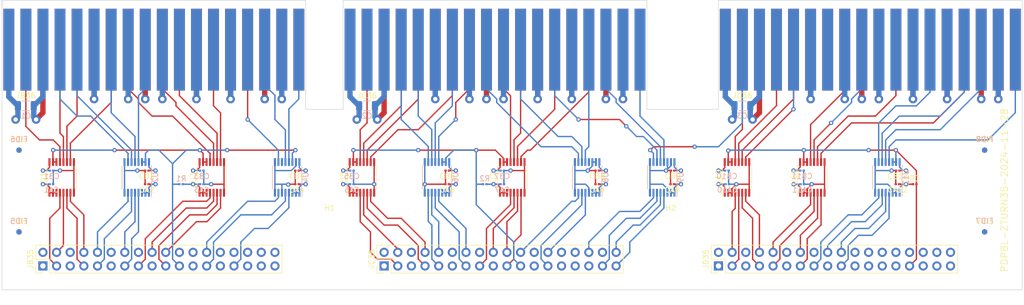
<source format=kicad_pcb>
(kicad_pcb (version 20221018) (generator pcbnew)
  (layers (0 "F.Cu" signal) (1 "In1.Cu" signal) (2 "In2.Cu" signal) (31 "B.Cu" signal) (34 "B.Paste" user) (35 "F.Paste" user) (36 "B.SilkS" user "B.Silkscreen") (37 "F.SilkS" user "F.Silkscreen") (38 "B.Mask" user) (39 "F.Mask" user) (44 "Edge.Cuts" user))
  (net 0 "")
  (net 1 "/jCA_INCREMENT")
  (net 2 "/pBWC_OVERFLOW")
  (net 3 "/j_EXTDMAADD_12")
  (net 4 "/j_EXTDMAADD_13")
  (net 5 "/j_EXTDMAADD_14")
  (net 12 "/MEMBUSA")
  (net 13 "/MEMBUSH")
  (net 14 "/MEMBUSB")
  (net 15 "/MEMBUSJ")
  (net 16 "/MEMBUSC")
  (net 17 "/MEMBUSK")
  (net 18 "/MEMBUSD")
  (net 19 "/MEMBUSL")
  (net 20 "/MEMBUSE")
  (net 21 "/MEMBUSM")
  (net 22 "/MEMBUSF")
  (net 23 "/MEMBUSN")
  (net 24 "/_rMA")
  (net 25 "/i_MEMDONE")
  (net 26 "/i_STROBE")
  (net 27 "/iBEMA")
  (net 28 "/i_EMA")
  (net 29 "/DMABUSA")
  (net 30 "/DMABUSH")
  (net 31 "GND")
  (net 32 "+5V")
  (net 33 "/DMABUSB")
  (net 34 "/DMABUSJ")
  (net 35 "/DMABUSC")
  (net 36 "/DMABUSK")
  (net 37 "/DMABUSD")
  (net 38 "/DMABUSL")
  (net 39 "/DMABUSE")
  (net 40 "/DMABUSM")
  (net 41 "/DMABUSF")
  (net 44 "/oD35B2")
  (net 45 "/DMABUSN")
  (net 46 "/iTHREECYCLE")
  (net 47 "/iCA_INCREMENT")
  (net 48 "/i_EXTDMAADD_12")
  (net 51 "/PIOBUSA")
  (net 52 "/PIOBUSH")
  (net 53 "/PIOBUSB")
  (net 54 "/PIOBUSJ")
  (net 55 "/PIOBUSC")
  (net 56 "/PIOBUSK")
  (net 57 "/PIOBUSD")
  (net 58 "/oMEMSTART")
  (net 61 "/PIOBUSL")
  (net 62 "/PIOBUSE")
  (net 63 "/PIOBUSM")
  (net 64 "/PIOBUSF")
  (net 65 "/PIOBUSN")
  (net 66 "/_xINPUTBUS")
  (net 67 "/i_EXTDMAADD_13")
  (net 68 "/i_EXTDMAADD_14")
  (net 69 "/j_DMADATA_00")
  (net 70 "/j_DMADATA_01")
  (net 71 "/j_DMADATA_09")
  (net 72 "/j_DMADATA_02")
  (net 73 "/j_DMADATA_10")
  (net 74 "/j_DMADATA_03")
  (net 75 "/j_DMADATA_11")
  (net 76 "/j_DMADATA_04")
  (net 77 "/jTHREECYCLE")
  (net 78 "/j_DMADATA_05")
  (net 79 "/j_DMADATA_06")
  (net 80 "/j_DMADATA_07")
  (net 81 "/j_DMADATA_08")
  (net 82 "/pBMB_00")
  (net 83 "/pBMB_01")
  (net 84 "/pBMB_02")
  (net 85 "/pBMB_06")
  (net 86 "/pBMB_03")
  (net 87 "/pBMB_07")
  (net 88 "/pBMB_04")
  (net 89 "/pBMB_08")
  (net 90 "/pBMB_05")
  (net 91 "/pBMB_09")
  (net 92 "/pBMB_10")
  (net 93 "/pBMB_11")
  (net 94 "/jMEM_P")
  (net 95 "/i_IO_SKIP")
  (net 96 "/jMEM00")
  (net 97 "/jMEM08")
  (net 98 "/jMEM01")
  (net 99 "/jMEM09")
  (net 100 "/jMEM02")
  (net 101 "/jMEM10")
  (net 102 "/jMEM03")
  (net 103 "/jMEM11")
  (net 104 "/jMEM04")
  (net 105 "/jMEM05")
  (net 106 "/i_INT_RQST")
  (net 107 "/jMEM06")
  (net 108 "/i_AC_CLEAR")
  (net 109 "/i_EA")
  (net 110 "/jBEMA")
  (net 111 "/oBTP2")
  (net 113 "/j_EMA")
  (net 114 "/x_MEM")
  (net 116 "/jMEM07")
  (net 118 "/x_DMADATA")
  (net 124 "/o_B_RUN")
  (net 127 "/pD35B2")
  (net 128 "/iMEM07")
  (net 129 "/oBWC_OVERFLOW")
  (net 133 "/_rBMB")
  (net 134 "+3V3")
  (footprint "Capacitor_SMD:C_0201_0603Metric" (layer "F.Cu") (at 110.78 34.29 180)
    (fp_text reference "CA8")
    (fp_text value "0.1u")
  )
  (footprint "footprints:2x18-edge" (layer "F.Cu") (at 118.745 9.2075)
    (fp_text reference "JC36")
    (fp_text value "2x18edgecon")
  )
  (footprint "MountingHole:MountingHole_6mm" (layer "F.Cu") (at 60.96 45.72)
    (fp_text reference "H1")
    (fp_text value "MountingHole")
  )
  (footprint "Package_SO:TSSOP-16_4.4x5mm_P0.65mm" (layer "F.Cu") (at 66.9925 33.02 90)
    (fp_text reference "U5")
    (fp_text value "74AXP4T245")
  )
  (footprint "Fiducial:Fiducial_1mm_Mask2mm" (layer "F.Cu") (at 182.88 43.18)
    (fp_text reference "FID3")
    (fp_text value "Fiducial")
  )
  (footprint "footprints:2x18-edge" (layer "F.Cu") (at 55.245 9.2075)
    (fp_text reference "JB36")
    (fp_text value "2x18edgecon")
  )
  (footprint "Connector_PinHeader_2.54mm:PinHeader_2x18_P2.54mm_Vertical" (layer "F.Cu") (at 71.12 49.53 90)
    (fp_text reference "JC35")
    (fp_text value "Conn_02x18_Odd_Even")
  )
  (footprint "Capacitor_SMD:C_0201_0603Metric" (layer "F.Cu") (at 110.78 31.75 180)
    (fp_text reference "CB8")
    (fp_text value "0.1u")
  )
  (footprint "Connector_PinHeader_2.54mm:PinHeader_2x18_P2.54mm_Vertical" (layer "F.Cu") (at 133.35 49.53 90)
    (fp_text reference "JD35")
    (fp_text value "Conn_02x18_Odd_Even")
  )
  (footprint "Package_SO:TSSOP-16_4.4x5mm_P0.65mm" (layer "F.Cu") (at 94.975 33.02 90)
    (fp_text reference "U7")
    (fp_text value "74AXP4T245")
  )
  (footprint "Capacitor_SMD:C_0201_0603Metric" (layer "F.Cu") (at 124.75 34.29 180)
    (fp_text reference "CA9")
    (fp_text value "0.1u")
  )
  (footprint "Capacitor_SMD:C_0201_0603Metric" (layer "F.Cu") (at 82.84 34.29 180)
    (fp_text reference "CA6")
    (fp_text value "0.1u")
  )
  (footprint "Connector_PinHeader_2.54mm:PinHeader_2x18_P2.54mm_Vertical" (layer "F.Cu") (at 7.62 49.53 90)
    (fp_text reference "JB35")
    (fp_text value "Conn_02x18_Odd_Even")
  )
  (footprint "Capacitor_SMD:C_0201_0603Metric" (layer "F.Cu") (at 82.87 31.75 180)
    (fp_text reference "CB6")
    (fp_text value "0.1u")
  )
  (footprint "footprints:2x18-edge" (layer "F.Cu") (at 188.595 9.2075)
    (fp_text reference "JD36")
    (fp_text value "2x18edgecon")
  )
  (footprint "Capacitor_SMD:C_0201_0603Metric" (layer "F.Cu") (at 54.9 31.75 180)
    (fp_text reference "CB4")
    (fp_text value "0.1u")
  )
  (footprint "Fiducial:Fiducial_1mm_Mask2mm" (layer "F.Cu") (at 3.175 43.18)
    (fp_text reference "FID1")
    (fp_text value "Fiducial")
  )
  (footprint "Capacitor_SMD:C_0201_0603Metric" (layer "F.Cu") (at 54.9 34.29 180)
    (fp_text reference "CA4")
    (fp_text value "0.1u")
  )
  (footprint "Package_SO:TSSOP-16_4.4x5mm_P0.65mm" (layer "F.Cu") (at 150.8125 33.02 90)
    (fp_text reference "U11")
    (fp_text value "74AXP4T245")
  )
  (footprint "Package_SO:TSSOP-16_4.4x5mm_P0.65mm" (layer "F.Cu") (at 39.0525 33.02 90)
    (fp_text reference "U3")
    (fp_text value "74AXP4T245")
  )
  (footprint "Capacitor_SMD:C_0201_0603Metric" (layer "F.Cu") (at 166.66 34.29 180)
    (fp_text reference "CA12")
    (fp_text value "0.1u")
  )
  (footprint "Fiducial:Fiducial_1mm_Mask2mm" (layer "F.Cu") (at 3.175 27.94)
    (fp_text reference "FID2")
    (fp_text value "Fiducial")
  )
  (footprint "Capacitor_SMD:C_0201_0603Metric" (layer "F.Cu") (at 124.805 31.75 180)
    (fp_text reference "CB9")
    (fp_text value "0.1u")
  )
  (footprint "Package_SO:TSSOP-16_4.4x5mm_P0.65mm" (layer "F.Cu") (at 136.7917 33.02 90)
    (fp_text reference "U10")
    (fp_text value "74AXP4T245")
  )
  (footprint "Fiducial:Fiducial_1mm_Mask2mm" (layer "F.Cu") (at 182.88 27.94)
    (fp_text reference "FID4")
    (fp_text value "Fiducial")
  )
  (footprint "Capacitor_SMD:C_0201_0603Metric" (layer "F.Cu") (at 166.715 31.75 180)
    (fp_text reference "CB12")
    (fp_text value "0.1u")
  )
  (footprint "Capacitor_SMD:C_0201_0603Metric" (layer "F.Cu") (at 26.96 31.75 180)
    (fp_text reference "CB2")
    (fp_text value "0.1u")
  )
  (footprint "Capacitor_SMD:C_0201_0603Metric" (layer "F.Cu") (at 26.96 34.29 180)
    (fp_text reference "CA2")
    (fp_text value "0.1u")
  )
  (footprint "MountingHole:MountingHole_6mm" (layer "F.Cu") (at 124.46 45.72)
    (fp_text reference "H2")
    (fp_text value "MountingHole")
  )
  (footprint "Package_SO:TSSOP-16_4.4x5mm_P0.65mm" (layer "F.Cu") (at 11.1125 33.02 90)
    (fp_text reference "U1")
    (fp_text value "74AXP4T245")
  )
  (footprint "Resistor_SMD:R_0201_0603Metric" (layer "F.Cu") (at 169.865 34.29)
    (fp_text reference "R3")
    (fp_text value "10K")
  )
  (footprint "Capacitor_SMD:C_0201_0603Metric" (layer "B.Cu") (at 93.0975 31.75)
    (fp_text reference "CB7")
    (fp_text value "0.1u")
  )
  (footprint "Capacitor_SMD:C_1206_3216Metric" (layer "B.Cu") (at 137.795 19.685)
    (fp_text reference "C3")
    (fp_text value "10u")
  )
  (footprint "Capacitor_SMD:C_1206_3216Metric" (layer "B.Cu") (at 67.945 19.685)
    (fp_text reference "C2")
    (fp_text value "10u")
  )
  (footprint "Fiducial:Fiducial_1mm_Mask2mm" (layer "B.Cu") (at 3.175 43.18 180)
    (fp_text reference "FID5")
    (fp_text value "Fiducial")
  )
  (footprint "Capacitor_SMD:C_0201_0603Metric" (layer "B.Cu") (at 9.235 31.75)
    (fp_text reference "CB1")
    (fp_text value "0.1u")
  )
  (footprint "Capacitor_SMD:C_1206_3216Metric" (layer "B.Cu") (at 4.445 19.685)
    (fp_text reference "C1")
    (fp_text value "10u")
  )
  (footprint "Capacitor_SMD:C_0201_0603Metric" (layer "B.Cu") (at 9.18 34.29)
    (fp_text reference "CA1")
    (fp_text value "0.1u")
  )
  (footprint "Package_SO:TSSOP-16_4.4x5mm_P0.65mm" (layer "B.Cu") (at 53.075 33.02 90)
    (fp_text reference "U4")
    (fp_text value "74AXP4T245")
  )
  (footprint "Capacitor_SMD:C_0201_0603Metric" (layer "B.Cu") (at 65.115 34.29)
    (fp_text reference "CA5")
    (fp_text value "0.1u")
  )
  (footprint "Fiducial:Fiducial_1mm_Mask2mm" (layer "B.Cu") (at 182.88 43.18 180)
    (fp_text reference "FID7")
    (fp_text value "Fiducial")
  )
  (footprint "Capacitor_SMD:C_0201_0603Metric" (layer "B.Cu") (at 65.115 31.75)
    (fp_text reference "CB5")
    (fp_text value "0.1u")
  )
  (footprint "Package_SO:TSSOP-16_4.4x5mm_P0.65mm" (layer "B.Cu") (at 108.9025 33.02 90)
    (fp_text reference "U8")
    (fp_text value "74AXP4T245")
  )
  (footprint "Capacitor_SMD:C_0201_0603Metric" (layer "B.Cu") (at 148.935 34.29)
    (fp_text reference "CA11")
    (fp_text value "0.1u")
  )
  (footprint "Package_SO:TSSOP-16_4.4x5mm_P0.65mm" (layer "B.Cu") (at 25.0825 33.02 90)
    (fp_text reference "U2")
    (fp_text value "74AXP4T245")
  )
  (footprint "Capacitor_SMD:C_0201_0603Metric" (layer "B.Cu") (at 148.88 31.75)
    (fp_text reference "CB11")
    (fp_text value "0.1u")
  )
  (footprint "Package_SO:TSSOP-16_4.4x5mm_P0.65mm" (layer "B.Cu") (at 122.8725 33.02 90)
    (fp_text reference "U9")
    (fp_text value "74AXP4T245")
  )
  (footprint "Capacitor_SMD:C_0201_0603Metric" (layer "B.Cu") (at 37.175 34.29)
    (fp_text reference "CA3")
    (fp_text value "0.1u")
  )
  (footprint "Capacitor_SMD:C_0201_0603Metric" (layer "B.Cu") (at 134.91 31.75)
    (fp_text reference "CB10")
    (fp_text value "0.1u")
  )
  (footprint "Capacitor_SMD:C_0201_0603Metric" (layer "B.Cu") (at 93.0975 34.29)
    (fp_text reference "CA7")
    (fp_text value "0.1u")
  )
  (footprint "Fiducial:Fiducial_1mm_Mask2mm" (layer "B.Cu") (at 3.175 27.94 180)
    (fp_text reference "FID6")
    (fp_text value "Fiducial")
  )
  (footprint "Package_SO:TSSOP-16_4.4x5mm_P0.65mm" (layer "B.Cu") (at 80.9625 33.02 90)
    (fp_text reference "U6")
    (fp_text value "74AXP4T245")
  )
  (footprint "Capacitor_SMD:C_0201_0603Metric" (layer "B.Cu") (at 134.965 34.29)
    (fp_text reference "CA10")
    (fp_text value "0.1u")
  )
  (footprint "Capacitor_SMD:C_0201_0603Metric" (layer "B.Cu") (at 37.175 31.75)
    (fp_text reference "CB3")
    (fp_text value "0.1u")
  )
  (footprint "Resistor_SMD:R_0201_0603Metric" (layer "B.Cu") (at 33.335 34.29 180)
    (fp_text reference "R1")
    (fp_text value "10K")
  )
  (footprint "Resistor_SMD:R_0201_0603Metric" (layer "B.Cu") (at 89.85 34.29 180)
    (fp_text reference "R2")
    (fp_text value "10K")
  )
  (footprint "Fiducial:Fiducial_1mm_Mask2mm" (layer "B.Cu") (at 182.88 27.94 180)
    (fp_text reference "FID8")
    (fp_text value "Fiducial")
  )
  (footprint "Package_SO:TSSOP-16_4.4x5mm_P0.65mm" (layer "B.Cu") (at 164.7825 33.02 90)
    (fp_text reference "U12")
    (fp_text value "74AXP4T245")
  )
  (gr_line (start 56.515 20.32) (end 63.5 20.32) (stroke (width 0.1)) (layer "Edge.Cuts"))
  (gr_line (start 56.515 0) (end 0 0) (stroke (width 0.1)) (layer "Edge.Cuts"))
  (gr_line (start 0 0) (end 56.515 0) (stroke (width 0.1)) (layer "Edge.Cuts"))
  (gr_line (start 133.35 0) (end 133.35 20.32) (stroke (width 0.1)) (layer "Edge.Cuts"))
  (gr_line (start 63.5 20.32) (end 63.5 0) (stroke (width 0.1)) (layer "Edge.Cuts"))
  (gr_line (start 0 1.27) (end 0 0) (stroke (width 0.1)) (layer "Edge.Cuts"))
  (gr_line (start 120.015 20.32) (end 133.35 20.32) (stroke (width 0.1)) (layer "Edge.Cuts"))
  (gr_line (start 133.35 0) (end 189.865 0) (stroke (width 0.1)) (layer "Edge.Cuts"))
  (gr_line (start 56.515 0) (end 56.515 20.32) (stroke (width 0.1)) (layer "Edge.Cuts"))
  (gr_line (start 63.5 0) (end 120.015 0) (stroke (width 0.1)) (layer "Edge.Cuts"))
  (gr_line (start 189.865 0) (end 189.865 53.975) (stroke (width 0.1)) (layer "Edge.Cuts"))
  (gr_line (start 120.015 0) (end 120.015 20.32) (stroke (width 0.1)) (layer "Edge.Cuts"))
  (gr_line (start 0 53.975) (end 0 0) (stroke (width 0.1)) (layer "Edge.Cuts"))
  (gr_line (start 189.865 53.975) (end 0 53.975) (stroke (width 0.1)) (layer "Edge.Cuts"))
  (gr_text "PDP8L-ZTURN35-2024-11-28" (at 187.325 50.8 90) (layer "F.SilkS") (effects (font (size 1.27 1.27)) (justify left bottom)))
  (segment (start 96.52 18.415) (end 96.52 9.2075) (width 0.25) (layer "B.Cu") (net 1))
  (segment (start 107.9275 30.1575) (end 107.9275 27.2825) (width 0.25) (layer "B.Cu") (net 1))
  (segment (start 103.505 25.4) (end 96.52 18.415) (width 0.25) (layer "B.Cu") (net 1))
  (segment (start 107.9275 27.2825) (end 106.045 25.4) (width 0.25) (layer "B.Cu") (net 1))
  (segment (start 106.045 25.4) (end 103.505 25.4) (width 0.25) (layer "B.Cu") (net 1))
  (segment (start 114.935 22.225) (end 116.205 23.495) (width 0.25) (layer "F.Cu") (net 2))
  (segment (start 107.315 22.225) (end 114.935 22.225) (width 0.25) (layer "F.Cu") (net 2))
  (via (at 116.205 23.495) (size 0.8) (drill 0.4) (layers "F.Cu" "B.Cu") (net 2))
  (via (at 107.315 22.225) (size 0.8) (drill 0.4) (layers "F.Cu" "B.Cu") (net 2))
  (segment (start 116.205 23.495) (end 118.11 25.4) (width 0.25) (layer "B.Cu") (net 2))
  (segment (start 102.87 9.2075) (end 102.87 17.78) (width 0.25) (layer "B.Cu") (net 2))
  (segment (start 119.38 25.4) (end 121.8975 27.9175) (width 0.25) (layer "B.Cu") (net 2))
  (segment (start 102.87 17.78) (end 107.315 22.225) (width 0.25) (layer "B.Cu") (net 2))
  (segment (start 121.8975 27.9175) (end 121.8975 30.1575) (width 0.25) (layer "B.Cu") (net 2))
  (segment (start 118.11 25.4) (end 119.38 25.4) (width 0.25) (layer "B.Cu") (net 2))
  (segment (start 108.5775 27.94) (end 108.5775 30.1575) (width 0.25) (layer "B.Cu") (net 3))
  (segment (start 109.22 27.2975) (end 108.5775 27.94) (width 0.25) (layer "B.Cu") (net 3))
  (segment (start 109.22 9.2075) (end 109.22 27.2975) (width 0.25) (layer "B.Cu") (net 3))
  (segment (start 122.5475 27.2975) (end 122.5475 30.1575) (width 0.25) (layer "B.Cu") (net 4))
  (segment (start 114.3 19.05) (end 114.3 18.415) (width 0.25) (layer "B.Cu") (net 4))
  (segment (start 114.3 19.05) (end 122.5475 27.2975) (width 0.25) (layer "B.Cu") (net 4))
  (segment (start 114.3 18.415) (end 112.395 16.51) (width 0.25) (layer "B.Cu") (net 4))
  (segment (start 118.745 21.59) (end 123.1975 26.0425) (width 0.25) (layer "B.Cu") (net 5))
  (segment (start 123.1975 26.0425) (end 123.1975 30.1575) (width 0.25) (layer "B.Cu") (net 5))
  (segment (start 118.745 9.2075) (end 118.745 21.59) (width 0.25) (layer "B.Cu") (net 5))
  (segment (start 8.89 40.64) (end 8.89 48.26) (width 0.25) (layer "F.Cu") (net 12))
  (segment (start 10.795 38.735) (end 8.89 40.64) (width 0.25) (layer "F.Cu") (net 12))
  (segment (start 8.89 48.26) (end 10.16 49.53) (width 0.25) (layer "F.Cu") (net 12))
  (segment (start 10.7875 38.7275) (end 10.795 38.735) (width 0.25) (layer "F.Cu") (net 12))
  (segment (start 10.7875 35.8825) (end 10.7875 38.7275) (width 0.25) (layer "F.Cu") (net 12))
  (segment (start 11.43 45.085) (end 11.43 45.72) (width 0.25) (layer "F.Cu") (net 13))
  (segment (start 11.43 45.72) (end 10.16 46.99) (width 0.25) (layer "F.Cu") (net 13))
  (segment (start 11.4375 35.8825) (end 11.4375 45.0775) (width 0.25) (layer "F.Cu") (net 13))
  (segment (start 11.4375 45.0775) (end 11.43 45.085) (width 0.25) (layer "F.Cu") (net 13))
  (segment (start 13.97 48.26) (end 15.24 49.53) (width 0.25) (layer "F.Cu") (net 14))
  (segment (start 12.0875 35.8825) (end 12.0875 38.7575) (width 0.25) (layer "F.Cu") (net 14))
  (segment (start 12.0875 38.7575) (end 13.97 40.64) (width 0.25) (layer "F.Cu") (net 14))
  (segment (start 13.97 40.64) (end 13.97 48.26) (width 0.25) (layer "F.Cu") (net 14))
  (segment (start 15.24 40.005) (end 15.24 46.99) (width 0.25) (layer "F.Cu") (net 15))
  (segment (start 12.7375 37.5025) (end 15.24 40.005) (width 0.25) (layer "F.Cu") (net 15))
  (segment (start 12.7375 35.8825) (end 12.7375 37.5025) (width 0.25) (layer "F.Cu") (net 15))
  (segment (start 24.1075 39.3925) (end 19.05 44.45) (width 0.25) (layer "B.Cu") (net 16))
  (segment (start 19.05 44.45) (end 19.05 48.26) (width 0.25) (layer "B.Cu") (net 16))
  (segment (start 24.1075 35.8825) (end 24.1075 39.3925) (width 0.25) (layer "B.Cu") (net 16))
  (segment (start 19.05 48.26) (end 17.78 49.53) (width 0.25) (layer "B.Cu") (net 16))
  (segment (start 17.78 43.18) (end 17.78 46.99) (width 0.25) (layer "B.Cu") (net 17))
  (segment (start 23.495 37.465) (end 17.78 43.18) (width 0.25) (layer "B.Cu") (net 17))
  (segment (start 23.4575 37.4275) (end 23.495 37.465) (width 0.25) (layer "B.Cu") (net 17))
  (segment (start 23.4575 35.8825) (end 23.4575 37.4275) (width 0.25) (layer "B.Cu") (net 17))
  (segment (start 25.4075 43.1725) (end 24.13 44.45) (width 0.25) (layer "B.Cu") (net 18))
  (segment (start 24.13 48.26) (end 22.86 49.53) (width 0.25) (layer "B.Cu") (net 18))
  (segment (start 24.13 44.45) (end 24.13 48.26) (width 0.25) (layer "B.Cu") (net 18))
  (segment (start 25.4075 35.8825) (end 25.4075 43.1725) (width 0.25) (layer "B.Cu") (net 18))
  (segment (start 22.86 43.18) (end 22.86 46.99) (width 0.25) (layer "B.Cu") (net 19))
  (segment (start 24.7575 35.8825) (end 24.7575 41.2825) (width 0.25) (layer "B.Cu") (net 19))
  (segment (start 24.7575 41.2825) (end 22.86 43.18) (width 0.25) (layer "B.Cu") (net 19))
  (segment (start 38.1 37.465) (end 33.655 37.465) (width 0.25) (layer "F.Cu") (net 20))
  (segment (start 26.67 44.45) (end 26.67 48.26) (width 0.25) (layer "F.Cu") (net 20))
  (segment (start 33.655 37.465) (end 26.67 44.45) (width 0.25) (layer "F.Cu") (net 20))
  (segment (start 38.7275 36.8375) (end 38.1 37.465) (width 0.25) (layer "F.Cu") (net 20))
  (segment (start 26.67 48.26) (end 25.4 49.53) (width 0.25) (layer "F.Cu") (net 20))
  (segment (start 38.7275 35.8825) (end 38.7275 36.8375) (width 0.25) (layer "F.Cu") (net 20))
  (segment (start 39.3775 37.4575) (end 39.3775 35.8825) (width 0.25) (layer "F.Cu") (net 21))
  (segment (start 38.1 38.735) (end 39.3775 37.4575) (width 0.25) (layer "F.Cu") (net 21))
  (segment (start 34.29 38.735) (end 38.1 38.735) (width 0.25) (layer "F.Cu") (net 21))
  (segment (start 27.94 46.99) (end 27.94 45.085) (width 0.25) (layer "F.Cu") (net 21))
  (segment (start 27.94 45.085) (end 34.29 38.735) (width 0.25) (layer "F.Cu") (net 21))
  (segment (start 40.0275 35.8825) (end 40.0275 38.0775) (width 0.25) (layer "F.Cu") (net 22))
  (segment (start 29.21 45.72) (end 34.925 40.005) (width 0.25) (layer "F.Cu") (net 22))
  (segment (start 38.1 40.005) (end 34.925 40.005) (width 0.25) (layer "F.Cu") (net 22))
  (segment (start 40.0275 38.0775) (end 38.1 40.005) (width 0.25) (layer "F.Cu") (net 22))
  (segment (start 29.21 48.26) (end 30.48 49.53) (width 0.25) (layer "F.Cu") (net 22))
  (segment (start 29.21 45.72) (end 29.21 48.26) (width 0.25) (layer "F.Cu") (net 22))
  (segment (start 40.6775 35.8825) (end 40.6775 38.735) (width 0.25) (layer "F.Cu") (net 23))
  (segment (start 36.195 41.275) (end 30.48 46.99) (width 0.25) (layer "F.Cu") (net 23))
  (segment (start 40.6775 38.735) (end 38.1375 41.275) (width 0.25) (layer "F.Cu") (net 23))
  (segment (start 38.1375 41.275) (end 36.195 41.275) (width 0.25) (layer "F.Cu") (net 23))
  (segment (start 52.75 37.42) (end 52.75 35.8825) (width 0.25) (layer "B.Cu") (net 27))
  (segment (start 39.37 48.26) (end 39.37 45.085) (width 0.25) (layer "B.Cu") (net 27))
  (segment (start 44.45 40.005) (end 50.165 40.005) (width 0.25) (layer "B.Cu") (net 27))
  (segment (start 39.37 45.085) (end 44.45 40.005) (width 0.25) (layer "B.Cu") (net 27))
  (segment (start 38.1 49.53) (end 39.37 48.26) (width 0.25) (layer "B.Cu") (net 27))
  (segment (start 50.165 40.005) (end 52.75 37.42) (width 0.25) (layer "B.Cu") (net 27))
  (segment (start 44.45 48.26) (end 44.45 45.085) (width 0.25) (layer "B.Cu") (net 28))
  (segment (start 44.45 45.085) (end 46.99 42.545) (width 0.25) (layer "B.Cu") (net 28))
  (segment (start 46.99 42.545) (end 49.53 42.545) (width 0.25) (layer "B.Cu") (net 28))
  (segment (start 49.53 42.545) (end 53.4 38.675) (width 0.25) (layer "B.Cu") (net 28))
  (segment (start 43.18 49.53) (end 44.45 48.26) (width 0.25) (layer "B.Cu") (net 28))
  (segment (start 53.4 38.675) (end 53.4 35.8825) (width 0.25) (layer "B.Cu") (net 28))
  (segment (start 66.6675 41.275) (end 68.58 43.1875) (width 0.25) (layer "F.Cu") (net 29))
  (segment (start 72.39 48.26) (end 73.66 49.53) (width 0.25) (layer "F.Cu") (net 29))
  (segment (start 68.58 43.1875) (end 68.58 46.99) (width 0.25) (layer "F.Cu") (net 29))
  (segment (start 66.6675 35.8825) (end 66.6675 41.275) (width 0.25) (layer "F.Cu") (net 29))
  (segment (start 69.85 48.26) (end 72.39 48.26) (width 0.25) (layer "F.Cu") (net 29))
  (segment (start 68.58 46.99) (end 69.85 48.26) (width 0.25) (layer "F.Cu") (net 29))
  (segment (start 67.3175 39.9975) (end 67.31 40.005) (width 0.25) (layer "F.Cu") (net 30))
  (segment (start 67.3175 35.8825) (end 67.3175 39.9975) (width 0.25) (layer "F.Cu") (net 30))
  (segment (start 67.31 40.005) (end 73.66 46.355) (width 0.25) (layer "F.Cu") (net 30))
  (segment (start 13.3875 31.75) (end 10.992501 31.75) (width 0.25) (layer "F.Cu") (net 31))
  (segment (start 69.2675 30.1575) (end 69.2675 34.29) (width 0.25) (layer "F.Cu") (net 31))
  (segment (start 71.12 20.955) (end 69.85 22.225) (width 1) (layer "F.Cu") (net 31))
  (segment (start 169.545 12.7) (end 169.545 18.415) (width 1) (layer "F.Cu") (net 31))
  (segment (start 110.46 31.75) (end 109.022499 31.75) (width 0.25) (layer "F.Cu") (net 31))
  (segment (start 41.3275 30.1575) (end 41.3275 34.29) (width 0.25) (layer "F.Cu") (net 31))
  (segment (start 94.6575 31.75) (end 97.25 31.75) (width 0.25) (layer "F.Cu") (net 31))
  (segment (start 36.195 12.7) (end 36.195 18.415) (width 1) (layer "F.Cu") (net 31))
  (segment (start 153.0875 34.29) (end 150.692501 34.29) (width 0.25) (layer "F.Cu") (net 31))
  (segment (start 26.64 31.75) (end 26.64 34.29) (width 0.25) (layer "F.Cu") (net 31))
  (segment (start 13.3875 35.8825) (end 13.3875 31.75) (width 0.25) (layer "F.Cu") (net 31))
  (segment (start 80.645 12.7) (end 80.645 18.415) (width 1) (layer "F.Cu") (net 31))
  (segment (start 99.695 12.7) (end 99.695 18.415) (width 1) (layer "F.Cu") (net 31))
  (segment (start 97.25 30.1575) (end 97.25 31.75) (width 0.25) (layer "F.Cu") (net 31))
  (segment (start 166.34 34.29) (end 166.34 31.805) (width 0.25) (layer "F.Cu") (net 31))
  (segment (start 10.992501 31.75) (end 10.795 31.75) (width 0.25) (layer "F.Cu") (net 31))
  (segment (start 124.485 31.75) (end 123.596312 31.75) (width 0.25) (layer "F.Cu") (net 31))
  (segment (start 54.58 34.29) (end 53.34 34.29) (width 0.25) (layer "F.Cu") (net 31))
  (segment (start 136.670001 34.29) (end 135.815 35.145001) (width 0.25) (layer "F.Cu") (net 31))
  (segment (start 139.065 34.29) (end 136.670001 34.29) (width 0.25) (layer "F.Cu") (net 31))
  (segment (start 106.045 12.7) (end 106.045 18.415) (width 1) (layer "F.Cu") (net 31))
  (segment (start 160.02 12.7) (end 160.02 18.415) (width 1) (layer "F.Cu") (net 31))
  (segment (start 17.145 12.7) (end 17.145 18.415) (width 1) (layer "F.Cu") (net 31))
  (segment (start 54.58 31.75) (end 54.58 34.29) (width 0.25) (layer "F.Cu") (net 31))
  (segment (start 150.692501 34.29) (end 149.8375 35.145001) (width 0.25) (layer "F.Cu") (net 31))
  (segment (start 166.395 31.75) (end 165.552499 31.75) (width 0.25) (layer "F.Cu") (net 31))
  (segment (start 139.065 34.29) (end 139.065 35.8825) (width 0.25) (layer "F.Cu") (net 31))
  (segment (start 71.12 9.2075) (end 71.12 20.955) (width 1) (layer "F.Cu") (net 31))
  (segment (start 110.46 34.29) (end 110.46 31.75) (width 0.25) (layer "F.Cu") (net 31))
  (segment (start 97.25 31.75) (end 97.25 35.8825) (width 0.25) (layer "F.Cu") (net 31))
  (segment (start 153.0875 34.29) (end 153.0875 35.8825) (width 0.25) (layer "F.Cu") (net 31))
  (segment (start 90.17 12.7) (end 90.17 18.415) (width 1) (layer "F.Cu") (net 31))
  (segment (start 140.97 20.955) (end 139.7 22.225) (width 1) (layer "F.Cu") (net 31))
  (segment (start 149.8375 35.145001) (end 149.8375 35.8825) (width 0.25) (layer "F.Cu") (net 31))
  (segment (start 41.3275 34.29) (end 38.932501 34.29) (width 0.25) (layer "F.Cu") (net 31))
  (segment (start 25.202499 31.75) (end 26.64 31.75) (width 0.25) (layer "F.Cu") (net 31))
  (segment (start 7.62 9.2075) (end 7.62 20.955) (width 1) (layer "F.Cu") (net 31))
  (segment (start 175.895 12.7) (end 175.895 18.415) (width 1) (layer "F.Cu") (net 31))
  (segment (start 135.815 35.145001) (end 135.815 35.8825) (width 0.25) (layer "F.Cu") (net 31))
  (segment (start 7.62 20.955) (end 6.35 22.225) (width 1) (layer "F.Cu") (net 31))
  (segment (start 150.495 12.7) (end 150.495 18.415) (width 1) (layer "F.Cu") (net 31))
  (segment (start 112.395 12.7) (end 112.395 18.415) (width 1) (layer "F.Cu") (net 31))
  (segment (start 182.245 12.7) (end 182.245 18.415) (width 1) (layer "F.Cu") (net 31))
  (segment (start 53.34 34.29) (end 53.267499 34.362501) (width 0.25) (layer "F.Cu") (net 31))
  (segment (start 82.55 31.75) (end 82.55 34.26) (width 0.25) (layer "F.Cu") (net 31))
  (segment (start 13.3875 31.75) (end 13.3875 30.1575) (width 0.25) (layer "F.Cu") (net 31))
  (segment (start 135.815 35.8825) (end 135.165 35.8825) (width 0.25) (layer "F.Cu") (net 31))
  (segment (start 41.3275 34.29) (end 41.3275 35.8825) (width 0.25) (layer "F.Cu") (net 31))
  (segment (start 124.43 34.29) (end 124.43 31.805) (width 0.25) (layer "F.Cu") (net 31))
  (segment (start 140.97 9.2075) (end 140.97 20.955) (width 1) (layer "F.Cu") (net 31))
  (segment (start 48.895 12.7) (end 48.895 18.415) (width 1) (layer "F.Cu") (net 31))
  (segment (start 69.2675 34.29) (end 69.2675 35.8825) (width 0.25) (layer "F.Cu") (net 31))
  (segment (start 26.67 12.7) (end 26.67 18.415) (width 1) (layer "F.Cu") (net 31))
  (segment (start 82.52 34.29) (end 78.6875 34.29) (width 0.25) (layer "F.Cu") (net 31))
  (segment (start 42.545 12.7) (end 42.545 18.415) (width 1) (layer "F.Cu") (net 31))
  (segment (start 139.065 30.1575) (end 139.065 34.29) (width 0.25) (layer "F.Cu") (net 31))
  (segment (start 153.0875 30.1575) (end 153.0875 34.29) (width 0.25) (layer "F.Cu") (net 31))
  (segment (start 149.8375 35.8825) (end 149.1875 35.8825) (width 0.25) (layer "F.Cu") (net 31))
  (via (at 48.895 18.415) (size 1.6) (drill 0.80508) (layers "F.Cu" "B.Cu") (net 31))
  (via (at 52.07 18.415) (size 1.6) (drill 0.80508) (layers "F.Cu" "B.Cu") (net 31))
  (via (at 38.932501 34.29) (size 0.8) (drill 0.4) (layers "F.Cu" "B.Cu") (net 31))
  (via (at 150.495 18.415) (size 1.6) (drill 0.80508) (layers "F.Cu" "B.Cu") (net 31))
  (via (at 163.195 18.415) (size 1.6) (drill 0.80508) (layers "F.Cu" "B.Cu") (net 31))
  (via (at 185.42 18.415) (size 1.6) (drill 0.80508) (layers "F.Cu" "B.Cu") (net 31))
  (via (at 156.845 18.415) (size 1.6) (drill 0.80508) (layers "F.Cu" "B.Cu") (net 31))
  (via (at 169.545 18.415) (size 1.6) (drill 0.80508) (layers "F.Cu" "B.Cu") (net 31))
  (via (at 80.645 18.415) (size 1.6) (drill 0.80508) (layers "F.Cu" "B.Cu") (net 31))
  (via (at 69.85 22.225) (size 1.6) (drill 0.80508) (layers "F.Cu" "B.Cu") (net 31))
  (via (at 36.195 18.415) (size 1.6) (drill 0.80508) (layers "F.Cu" "B.Cu") (net 31))
  (via (at 150.692501 34.29) (size 0.8) (drill 0.4) (layers "F.Cu" "B.Cu") (net 31))
  (via (at 69.2675 34.29) (size 0.8) (drill 0.4) (layers "F.Cu" "B.Cu") (net 31))
  (via (at 42.545 18.415) (size 1.6) (drill 0.80508) (layers "F.Cu" "B.Cu") (net 31))
  (via (at 160.02 18.415) (size 1.6) (drill 0.80508) (layers "F.Cu" "B.Cu") (net 31))
  (via (at 23.495 18.415) (size 1.6) (drill 0.80508) (layers "F.Cu" "B.Cu") (net 31))
  (via (at 112.395 18.415) (size 1.6) (drill 0.80508) (layers "F.Cu" "B.Cu") (net 31))
  (via (at 94.6575 31.75) (size 0.8) (drill 0.4) (layers "F.Cu" "B.Cu") (net 31))
  (via (at 115.57 18.415) (size 1.6) (drill 0.80508) (layers "F.Cu" "B.Cu") (net 31))
  (via (at 6.35 22.225) (size 1.6) (drill 0.80508) (layers "F.Cu" "B.Cu") (net 31))
  (via (at 53.267499 34.362501) (size 0.8) (drill 0.4) (layers "F.Cu" "B.Cu") (net 31))
  (via (at 165.552499 31.75) (size 0.8) (drill 0.4) (layers "F.Cu" "B.Cu") (net 31))
  (via (at 139.7 22.225) (size 1.6) (drill 0.80508) (layers "F.Cu" "B.Cu") (net 31))
  (via (at 182.245 18.415) (size 1.6) (drill 0.80508) (layers "F.Cu" "B.Cu") (net 31))
  (via (at 10.795 31.75) (size 0.8) (drill 0.4) (layers "F.Cu" "B.Cu") (net 31))
  (via (at 90.17 18.415) (size 1.6) (drill 0.80508) (layers "F.Cu" "B.Cu") (net 31))
  (via (at 175.895 18.415) (size 1.6) (drill 0.80508) (layers "F.Cu" "B.Cu") (net 31))
  (via (at 99.695 18.415) (size 1.6) (drill 0.80508) (layers "F.Cu" "B.Cu") (net 31))
  (via (at 86.995 18.415) (size 1.6) (drill 0.80508) (layers "F.Cu" "B.Cu") (net 31))
  (via (at 25.202499 31.75) (size 0.8) (drill 0.4) (layers "F.Cu" "B.Cu") (net 31))
  (via (at 78.6875 34.29) (size 0.8) (drill 0.4) (layers "F.Cu" "B.Cu") (net 31))
  (via (at 26.67 18.415) (size 1.6) (drill 0.80508) (layers "F.Cu" "B.Cu") (net 31))
  (via (at 106.045 18.415) (size 1.6) (drill 0.80508) (layers "F.Cu" "B.Cu") (net 31))
  (via (at 109.022499 31.75) (size 0.8) (drill 0.4) (layers "F.Cu" "B.Cu") (net 31))
  (via (at 17.145 18.415) (size 1.6) (drill 0.80508) (layers "F.Cu" "B.Cu") (net 31))
  (via (at 93.345 18.415) (size 1.6) (drill 0.80508) (layers "F.Cu" "B.Cu") (net 31))
  (via (at 29.845 18.415) (size 1.6) (drill 0.80508) (layers "F.Cu" "B.Cu") (net 31))
  (via (at 136.670001 34.29) (size 0.8) (drill 0.4) (layers "F.Cu" "B.Cu") (net 31))
  (via (at 123.596312 31.75) (size 0.8) (drill 0.4) (layers "F.Cu" "B.Cu") (net 31))
  (segment (start 156.845 9.2075) (end 156.845 18.415) (width 1) (layer "B.Cu") (net 31))
  (segment (start 109.022499 31.75) (end 109.8775 30.894999) (width 0.25) (layer "B.Cu") (net 31))
  (segment (start 109.2275 35.8825) (end 109.2275 34.9325) (width 0.25) (layer "B.Cu") (net 31))
  (segment (start 109.8775 30.894999) (end 109.8775 30.1575) (width 0.25) (layer "B.Cu") (net 31))
  (segment (start 123.596312 31.75) (end 124.028156 31.318156) (width 0.25) (layer "B.Cu") (net 31))
  (segment (start 124.028156 31.318156) (end 124.4975 30.848812) (width 0.25) (layer "B.Cu") (net 31))
  (segment (start 71.12 17.985) (end 71.12 9.2075) (width 1) (layer "B.Cu") (net 31))
  (segment (start 52.07 12.7) (end 52.07 18.415) (width 1) (layer "B.Cu") (net 31))
  (segment (start 17.145 12.7) (end 17.145 18.415) (width 1) (layer "B.Cu") (net 31))
  (segment (start 22.8075 31.75) (end 22.8075 30.1575) (width 0.25) (layer "B.Cu") (net 31))
  (segment (start 123.8475 35.145001) (end 123.8475 35.8825) (width 0.25) (layer "B.Cu") (net 31))
  (segment (start 22.8075 35.8825) (end 22.8075 31.75) (width 0.25) (layer "B.Cu") (net 31))
  (segment (start 149.2 31.75) (end 149.2 34.235) (width 0.25) (layer "B.Cu") (net 31))
  (segment (start 80.645 12.7) (end 80.645 18.415) (width 1) (layer "B.Cu") (net 31))
  (segment (start 124.4975 30.848812) (end 124.4975 30.1575) (width 0.25) (layer "B.Cu") (net 31))
  (segment (start 69.42 19.685) (end 71.12 17.985) (width 1) (layer "B.Cu") (net 31))
  (segment (start 175.895 12.7) (end 175.895 18.415) (width 1) (layer "B.Cu") (net 31))
  (segment (start 93.4175 34.29) (end 93.4175 31.75) (width 0.25) (layer "B.Cu") (net 31))
  (segment (start 94.6575 31.75) (end 93.4175 31.75) (width 0.25) (layer "B.Cu") (net 31))
  (segment (start 140.97 17.985) (end 139.27 19.685) (width 1) (layer "B.Cu") (net 31))
  (segment (start 50.8 34.29) (end 50.8 35.8825) (width 0.25) (layer "B.Cu") (net 31))
  (segment (start 165.7575 35.191188) (end 165.7575 35.8825) (width 0.25) (layer "B.Cu") (net 31))
  (segment (start 54.7 30.894999) (end 54.7 30.1575) (width 0.25) (layer "B.Cu") (net 31))
  (segment (start 65.435 34.29) (end 69.2675 34.29) (width 0.25) (layer "B.Cu") (net 31))
  (segment (start 120.5975 31.75) (end 120.5975 34.29) (width 0.25) (layer "B.Cu") (net 31))
  (segment (start 106.6275 30.1575) (end 106.6275 31.75) (width 0.25) (layer "B.Cu") (net 31))
  (segment (start 185.42 9.2075) (end 185.42 18.415) (width 1) (layer "B.Cu") (net 31))
  (segment (start 120.5975 34.29) (end 122.992499 34.29) (width 0.25) (layer "B.Cu") (net 31))
  (segment (start 165.7575 35.8825) (end 166.4075 35.8825) (width 0.25) (layer "B.Cu") (net 31))
  (segment (start 36.195 12.7) (end 36.195 18.415) (width 1) (layer "B.Cu") (net 31))
  (segment (start 122.992499 34.29) (end 123.8475 35.145001) (width 0.25) (layer "B.Cu") (net 31))
  (segment (start 78.6875 34.29) (end 78.6875 35.8825) (width 0.25) (layer "B.Cu") (net 31))
  (segment (start 50.8 31.75) (end 50.8 34.29) (width 0.25) (layer "B.Cu") (net 31))
  (segment (start 139.27 21.795) (end 139.7 22.225) (width 1) (layer "B.Cu") (net 31))
  (segment (start 7.62 17.985) (end 5.92 19.685) (width 1) (layer "B.Cu") (net 31))
  (segment (start 50.8 34.29) (end 52.07 34.29) (width 0.25) (layer "B.Cu") (net 31))
  (segment (start 106.6275 34.29) (end 106.6275 35.8825) (width 0.25) (layer "B.Cu") (net 31))
  (segment (start 106.6275 31.75) (end 106.6275 34.29) (width 0.25) (layer "B.Cu") (net 31))
  (segment (start 5.92 19.685) (end 5.92 21.795) (width 1) (layer "B.Cu") (net 31))
  (segment (start 140.97 9.2075) (end 140.97 17.985) (width 1) (layer "B.Cu") (net 31))
  (segment (start 9.555 31.75) (end 9.555 34.235) (width 0.25) (layer "B.Cu") (net 31))
  (segment (start 150.495 12.7) (end 150.495 18.415) (width 1) (layer "B.Cu") (net 31))
  (segment (start 42.545 12.7) (end 42.545 18.415) (width 1) (layer "B.Cu") (net 31))
  (segment (start 22.8075 31.75) (end 25.202499 31.75) (width 0.25) (layer "B.Cu") (net 31))
  (segment (start 37.495 34.29) (end 38.932501 34.29) (width 0.25) (layer "B.Cu") (net 31))
  (segment (start 149.255 34.29) (end 150.692501 34.29) (width 0.25) (layer "B.Cu") (net 31))
  (segment (start 162.5075 31.75) (end 165.552499 31.75) (width 0.25) (layer "B.Cu") (net 31))
  (segment (start 23.495 12.7) (end 23.495 18.415) (width 1) (layer "B.Cu") (net 31))
  (segment (start 162.5075 34.29) (end 162.5075 35.8825) (width 0.25) (layer "B.Cu") (net 31))
  (segment (start 50.8 30.1575) (end 50.8 31.75) (width 0.25) (layer "B.Cu") (net 31))
  (segment (start 135.285 34.29) (end 136.670001 34.29) (width 0.25) (layer "B.Cu") (net 31))
  (segment (start 52.1 34.32) (end 52.07 34.29) (width 0.25) (layer "B.Cu") (net 31))
  (segment (start 69.42 21.795) (end 69.85 22.225) (width 1) (layer "B.Cu") (net 31))
  (segment (start 69.42 19.685) (end 69.42 21.795) (width 1) (layer "B.Cu") (net 31))
  (segment (start 120.5975 31.75) (end 123.596312 31.75) (width 0.25) (layer "B.Cu") (net 31))
  (segment (start 123.8475 31.1375) (end 123.8475 30.1575) (width 0.25) (layer "B.Cu") (net 31))
  (segment (start 99.695 12.7) (end 99.695 18.415) (width 1) (layer "B.Cu") (net 31))
  (segment (start 120.5975 30.1575) (end 120.5975 31.75) (width 0.25) (layer "B.Cu") (net 31))
  (segment (start 52.07 34.29) (end 53.194999 34.29) (width 0.25) (layer "B.Cu") (net 31))
  (segment (start 6.35 22.225) (end 5.92 21.795) (width 1) (layer "B.Cu") (net 31))
  (segment (start 108.585 34.29) (end 106.6275 34.29) (width 0.25) (layer "B.Cu") (net 31))
  (segment (start 10.795 31.75) (end 9.555 31.75) (width 0.25) (layer "B.Cu") (net 31))
  (segment (start 163.195 9.2075) (end 163.195 18.415) (width 1) (layer "B.Cu") (net 31))
  (segment (start 29.845 12.7) (end 29.845 18.415) (width 1) (layer "B.Cu") (net 31))
  (segment (start 106.6275 31.75) (end 109.022499 31.75) (width 0.25) (layer "B.Cu") (net 31))
  (segment (start 162.5075 30.1575) (end 162.5075 31.75) (width 0.25) (layer "B.Cu") (net 31))
  (segment (start 93.345 12.7) (end 93.345 18.415) (width 1) (layer "B.Cu") (net 31))
  (segment (start 115.57 12.7) (end 115.57 18.415) (width 1) (layer "B.Cu") (net 31))
  (segment (start 106.045 12.7) (end 106.045 18.415) (width 1) (layer "B.Cu") (net 31))
  (segment (start 50.8 31.75) (end 53.844999 31.75) (width 0.25) (layer "B.Cu") (net 31))
  (segment (start 53.844999 31.75) (end 54.7 30.894999) (width 0.25) (layer "B.Cu") (net 31))
  (segment (start 7.62 9.2075) (end 7.62 17.985) (width 1) (layer "B.Cu") (net 31))
  (segment (start 37.555 34.23) (end 37.555 31.81) (width 0.25) (layer "B.Cu") (net 31))
  (segment (start 139.27 19.685) (end 139.27 21.795) (width 1) (layer "B.Cu") (net 31))
  (segment (start 135.23 31.75) (end 135.23 34.235) (width 0.25) (layer "B.Cu") (net 31))
  (segment (start 109.2275 34.9325) (end 108.585 34.29) (width 0.25) (layer "B.Cu") (net 31))
  (segment (start 124.028156 31.318156) (end 123.8475 31.1375) (width 0.25) (layer "B.Cu") (net 31))
  (segment (start 52.1 35.8825) (end 52.1 34.32) (width 0.25) (layer "B.Cu") (net 31))
  (segment (start 169.545 12.7) (end 169.545 18.415) (width 1) (layer "B.Cu") (net 31))
  (segment (start 164.856312 34.29) (end 165.7575 35.191188) (width 0.25) (layer "B.Cu") (net 31))
  (segment (start 86.995 12.7) (end 86.995 18.415) (width 1) (layer "B.Cu") (net 31))
  (segment (start 162.5075 31.75) (end 162.5075 34.29) (width 0.25) (layer "B.Cu") (net 31))
  (segment (start 120.5975 34.29) (end 120.5975 35.8825) (width 0.25) (layer "B.Cu") (net 31))
  (segment (start 109.8775 30.1575) (end 110.5275 30.1575) (width 0.25) (layer "B.Cu") (net 31))
  (segment (start 65.435 31.75) (end 65.435 34.29) (width 0.25) (layer "B.Cu") (net 31))
  (segment (start 162.5075 34.29) (end 164.856312 34.29) (width 0.25) (layer "B.Cu") (net 31))
  (segment (start 78.6875 30.1575) (end 78.6875 34.29) (width 0.25) (layer "B.Cu") (net 31))
  (segment (start 53.194999 34.29) (end 53.267499 34.362501) (width 0.25) (layer "B.Cu") (net 31))
  (segment (start 126.365 31.75) (end 125.125 31.75) (width 0.25) (layer "F.Cu") (net 32))
  (segment (start 35.56 31.75) (end 36.195 31.75) (width 0.25) (layer "F.Cu") (net 32))
  (segment (start 36.7775 31.1675) (end 36.7775 30.1575) (width 0.25) (layer "F.Cu") (net 32))
  (segment (start 8.8375 31.1675) (end 8.8375 30.1575) (width 0.25) (layer "F.Cu") (net 32))
  (segment (start 63.5 31.75) (end 64.135 31.75) (width 0.25) (layer "F.Cu") (net 32))
  (segment (start 91.4825 31.75) (end 92.1175 31.75) (width 0.25) (layer "F.Cu") (net 32))
  (segment (start 148.5375 31.115) (end 148.5375 30.1575) (width 0.25) (layer "F.Cu") (net 32))
  (segment (start 36.195 31.75) (end 36.7775 31.1675) (width 0.25) (layer "F.Cu") (net 32))
  (segment (start 133.35 31.75) (end 133.985 31.75) (width 0.25) (layer "F.Cu") (net 32))
  (segment (start 56.515 31.75) (end 55.22 31.75) (width 0.25) (layer "F.Cu") (net 32))
  (segment (start 7.62 31.75) (end 8.255 31.75) (width 0.25) (layer "F.Cu") (net 32))
  (segment (start 64.7175 31.1675) (end 64.7175 30.1575) (width 0.25) (layer "F.Cu") (net 32))
  (segment (start 64.135 31.75) (end 64.7175 31.1675) (width 0.25) (layer "F.Cu") (net 32))
  (segment (start 112.395 31.75) (end 111.1 31.75) (width 0.25) (layer "F.Cu") (net 32))
  (segment (start 147.32 31.75) (end 147.9025 31.75) (width 0.25) (layer "F.Cu") (net 32))
  (segment (start 92.1175 31.75) (end 92.7 31.1675) (width 0.25) (layer "F.Cu") (net 32))
  (segment (start 92.7 31.1675) (end 92.7 30.1575) (width 0.25) (layer "F.Cu") (net 32))
  (segment (start 133.985 31.75) (end 134.5167 31.2183) (width 0.25) (layer "F.Cu") (net 32))
  (segment (start 27.28 31.75) (end 28.575 31.75) (width 0.25) (layer "F.Cu") (net 32))
  (segment (start 134.5167 31.2183) (end 134.5167 30.1575) (width 0.25) (layer "F.Cu") (net 32))
  (segment (start 8.255 31.75) (end 8.8375 31.1675) (width 0.25) (layer "F.Cu") (net 32))
  (segment (start 147.9025 31.75) (end 148.5375 31.115) (width 0.25) (layer "F.Cu") (net 32))
  (segment (start 168.275 31.75) (end 167.035 31.75) (width 0.25) (layer "F.Cu") (net 32))
  (segment (start 84.455 31.75) (end 83.19 31.75) (width 0.25) (layer "F.Cu") (net 32))
  (via (at 35.56 31.75) (size 0.8) (drill 0.4) (layers "F.Cu" "B.Cu") (net 32))
  (via (at 63.5 31.75) (size 0.8) (drill 0.4) (layers "F.Cu" "B.Cu") (net 32))
  (via (at 91.4825 31.75) (size 0.8) (drill 0.4) (layers "F.Cu" "B.Cu") (net 32))
  (via (at 126.365 31.75) (size 0.8) (drill 0.4) (layers "F.Cu" "B.Cu") (net 32))
  (via (at 2.54 22.225) (size 1.6) (drill 0.80508) (layers "F.Cu" "B.Cu") (net 32))
  (via (at 28.575 31.75) (size 0.8) (drill 0.4) (layers "F.Cu" "B.Cu") (net 32))
  (via (at 56.515 31.75) (size 0.8) (drill 0.4) (layers "F.Cu" "B.Cu") (net 32))
  (via (at 84.455 31.75) (size 0.8) (drill 0.4) (layers "F.Cu" "B.Cu") (net 32))
  (via (at 168.275 31.75) (size 0.8) (drill 0.4) (layers "F.Cu" "B.Cu") (net 32))
  (via (at 112.395 31.75) (size 0.8) (drill 0.4) (layers "F.Cu" "B.Cu") (net 32))
  (via (at 66.04 22.225) (size 1.6) (drill 0.80508) (layers "F.Cu" "B.Cu") (net 32))
  (via (at 133.35 31.75) (size 0.8) (drill 0.4) (layers "F.Cu" "B.Cu") (net 32))
  (via (at 147.32 31.75) (size 0.8) (drill 0.4) (layers "F.Cu" "B.Cu") (net 32))
  (via (at 7.62 31.75) (size 0.8) (drill 0.4) (layers "F.Cu" "B.Cu") (net 32))
  (via (at 135.89 22.225) (size 1.6) (drill 0.80508) (layers "F.Cu" "B.Cu") (net 32))
  (segment (start 83.82 31.75) (end 83.2375 31.1675) (width 0.25) (layer "B.Cu") (net 32))
  (segment (start 136.32 19.685) (end 136.32 21.795) (width 1) (layer "B.Cu") (net 32))
  (segment (start 64.77 17.985) (end 66.47 19.685) (width 1) (layer "B.Cu") (net 32))
  (segment (start 125.7825 31.75) (end 125.1475 31.115) (width 0.25) (layer "B.Cu") (net 32))
  (segment (start 55.88 31.75) (end 55.35 31.22) (width 0.25) (layer "B.Cu") (net 32))
  (segment (start 2.97 19.685) (end 2.97 21.795) (width 1) (layer "B.Cu") (net 32))
  (segment (start 2.97 21.795) (end 2.54 22.225) (width 1) (layer "B.Cu") (net 32))
  (segment (start 7.62 31.75) (end 8.915 31.75) (width 0.25) (layer "B.Cu") (net 32))
  (segment (start 125.1475 31.115) (end 125.1475 30.1575) (width 0.25) (layer "B.Cu") (net 32))
  (segment (start 133.35 31.75) (end 134.59 31.75) (width 0.25) (layer "B.Cu") (net 32))
  (segment (start 167.6925 31.75) (end 167.0575 31.115) (width 0.25) (layer "B.Cu") (net 32))
  (segment (start 63.5 31.75) (end 64.795 31.75) (width 0.25) (layer "B.Cu") (net 32))
  (segment (start 84.455 31.75) (end 83.82 31.75) (width 0.25) (layer "B.Cu") (net 32))
  (segment (start 134.62 9.2075) (end 134.62 17.985) (width 1) (layer "B.Cu") (net 32))
  (segment (start 168.275 31.75) (end 167.6925 31.75) (width 0.25) (layer "B.Cu") (net 32))
  (segment (start 28.575 31.75) (end 27.9925 31.75) (width 0.25) (layer "B.Cu") (net 32))
  (segment (start 136.32 21.795) (end 135.89 22.225) (width 1) (layer "B.Cu") (net 32))
  (segment (start 66.47 21.795) (end 66.04 22.225) (width 1) (layer "B.Cu") (net 32))
  (segment (start 36.855 31.75) (end 35.56 31.75) (width 0.25) (layer "B.Cu") (net 32))
  (segment (start 27.3575 30.1575) (end 27.3575 31.115) (width 0.25) (layer "B.Cu") (net 32))
  (segment (start 83.2375 31.1675) (end 83.2375 30.1575) (width 0.25) (layer "B.Cu") (net 32))
  (segment (start 64.77 12.7) (end 64.77 16.51) (width 1) (layer "B.Cu") (net 32))
  (segment (start 112.395 31.75) (end 111.76 31.75) (width 0.25) (layer "B.Cu") (net 32))
  (segment (start 1.27 9.2075) (end 1.27 17.985) (width 1) (layer "B.Cu") (net 32))
  (segment (start 91.4825 31.75) (end 92.7775 31.75) (width 0.25) (layer "B.Cu") (net 32))
  (segment (start 126.365 31.75) (end 125.7825 31.75) (width 0.25) (layer "B.Cu") (net 32))
  (segment (start 1.27 17.985) (end 2.97 19.685) (width 1) (layer "B.Cu") (net 32))
  (segment (start 134.62 12.7) (end 134.62 16.51) (width 1) (layer "B.Cu") (net 32))
  (segment (start 55.35 31.22) (end 55.35 30.1575) (width 0.25) (layer "B.Cu") (net 32))
  (segment (start 66.47 19.685) (end 66.47 21.795) (width 1) (layer "B.Cu") (net 32))
  (segment (start 111.1775 31.1675) (end 111.76 31.75) (width 0.25) (layer "B.Cu") (net 32))
  (segment (start 56.515 31.75) (end 55.88 31.75) (width 0.25) (layer "B.Cu") (net 32))
  (segment (start 111.1775 30.1575) (end 111.1775 31.1675) (width 0.25) (layer "B.Cu") (net 32))
  (segment (start 1.27 12.7) (end 1.27 16.51) (width 1) (layer "B.Cu") (net 32))
  (segment (start 64.77 9.2075) (end 64.77 17.985) (width 1) (layer "B.Cu") (net 32))
  (segment (start 167.0575 31.115) (end 167.0575 30.1575) (width 0.25) (layer "B.Cu") (net 32))
  (segment (start 147.32 31.75) (end 148.56 31.75) (width 0.25) (layer "B.Cu") (net 32))
  (segment (start 27.9925 31.75) (end 27.3575 31.115) (width 0.25) (layer "B.Cu") (net 32))
  (segment (start 134.62 17.985) (end 136.32 19.685) (width 1) (layer "B.Cu") (net 32))
  (segment (start 73.66 41.91) (end 71.12 41.91) (width 0.25) (layer "F.Cu") (net 33))
  (segment (start 67.9675 38.7575) (end 67.9675 35.8825) (width 0.25) (layer "F.Cu") (net 33))
  (segment (start 77.47 48.26) (end 77.47 45.72) (width 0.25) (layer "F.Cu") (net 33))
  (segment (start 77.47 45.72) (end 73.66 41.91) (width 0.25) (layer "F.Cu") (net 33))
  (segment (start 78.74 49.53) (end 77.47 48.26) (width 0.25) (layer "F.Cu") (net 33))
  (segment (start 71.12 41.91) (end 67.9675 38.7575) (width 0.25) (layer "F.Cu") (net 33))
  (segment (start 78.74 45.085) (end 74.295 40.64) (width 0.25) (layer "F.Cu") (net 34))
  (segment (start 71.755 40.64) (end 68.6175 37.5025) (width 0.25) (layer "F.Cu") (net 34))
  (segment (start 68.6175 37.5025) (end 68.6175 35.8825) (width 0.25) (layer "F.Cu") (net 34))
  (segment (start 78.74 46.99) (end 78.74 45.085) (width 0.25) (layer "F.Cu") (net 34))
  (segment (start 74.295 40.64) (end 71.755 40.64) (width 0.25) (layer "F.Cu") (net 34))
  (segment (start 80.01 48.26) (end 81.28 49.53) (width 0.25) (layer "B.Cu") (net 35))
  (segment (start 79.3375 35.8825) (end 79.3375 41.2375) (width 0.25) (layer "B.Cu") (net 35))
  (segment (start 80.01 41.91) (end 80.01 48.26) (width 0.25) (layer "B.Cu") (net 35))
  (segment (start 79.3375 41.2375) (end 80.01 41.91) (width 0.25) (layer "B.Cu") (net 35))
  (segment (start 81.28 41.275) (end 81.28 46.99) (width 0.25) (layer "B.Cu") (net 36))
  (segment (start 79.9875 39.9825) (end 81.28 41.275) (width 0.25) (layer "B.Cu") (net 36))
  (segment (start 79.9875 35.8825) (end 79.9875 39.9825) (width 0.25) (layer "B.Cu") (net 36))
  (segment (start 85.09 43.18) (end 85.09 48.26) (width 0.25) (layer "B.Cu") (net 37))
  (segment (start 85.09 48.26) (end 86.36 49.53) (width 0.25) (layer "B.Cu") (net 37))
  (segment (start 80.6375 35.8825) (end 80.6375 38.7275) (width 0.25) (layer "B.Cu") (net 37))
  (segment (start 80.6375 38.7275) (end 85.09 43.18) (width 0.25) (layer "B.Cu") (net 37))
  (segment (start 81.2875 35.8825) (end 81.2875 37.4725) (width 0.25) (layer "B.Cu") (net 38))
  (segment (start 86.36 42.545) (end 86.36 46.99) (width 0.25) (layer "B.Cu") (net 38))
  (segment (start 81.2875 37.4725) (end 86.36 42.545) (width 0.25) (layer "B.Cu") (net 38))
  (segment (start 90.17 42.545) (end 90.17 48.26) (width 0.25) (layer "F.Cu") (net 39))
  (segment (start 90.17 48.26) (end 88.9 49.53) (width 0.25) (layer "F.Cu") (net 39))
  (segment (start 94.65 38.065) (end 90.17 42.545) (width 0.25) (layer "F.Cu") (net 39))
  (segment (start 94.65 35.8825) (end 94.65 38.065) (width 0.25) (layer "F.Cu") (net 39))
  (segment (start 91.44 42.545) (end 91.44 46.99) (width 0.25) (layer "F.Cu") (net 40))
  (segment (start 95.3 38.685) (end 91.44 42.545) (width 0.25) (layer "F.Cu") (net 40))
  (segment (start 95.3 35.8825) (end 95.3 38.685) (width 0.25) (layer "F.Cu") (net 40))
  (segment (start 96.6 43.735) (end 95.25 45.085) (width 0.25) (layer "F.Cu") (net 41))
  (segment (start 96.6 35.8825) (end 96.6 43.735) (width 0.25) (layer "F.Cu") (net 41))
  (segment (start 95.25 48.26) (end 93.98 49.53) (width 0.25) (layer "F.Cu") (net 41))
  (segment (start 95.25 45.085) (end 95.25 48.26) (width 0.25) (layer "F.Cu") (net 41))
  (segment (start 109.22 45.085) (end 114.935 39.37) (width 0.25) (layer "B.Cu") (net 44))
  (segment (start 114.935 39.37) (end 118.7075 39.37) (width 0.25) (layer "B.Cu") (net 44))
  (segment (start 118.7075 39.37) (end 121.2475 36.83) (width 0.25) (layer "B.Cu") (net 44))
  (segment (start 109.22 46.99) (end 109.22 45.085) (width 0.25) (layer "B.Cu") (net 44))
  (segment (start 121.2475 36.83) (end 121.2475 35.8825) (width 0.25) (layer "B.Cu") (net 44))
  (segment (start 95.95 39.305) (end 93.98 41.275) (width 0.25) (layer "F.Cu") (net 45))
  (segment (start 95.95 35.8825) (end 95.95 39.305) (width 0.25) (layer "F.Cu") (net 45))
  (segment (start 93.98 41.275) (end 93.98 46.99) (width 0.25) (layer "F.Cu") (net 45))
  (segment (start 96.52 46.99) (end 106.045 37.465) (width 0.25) (layer "B.Cu") (net 46))
  (segment (start 106.68 37.465) (end 107.315 36.83) (width 0.25) (layer "B.Cu") (net 46))
  (segment (start 107.315 36.83) (end 107.2775 36.7925) (width 0.25) (layer "B.Cu") (net 46))
  (segment (start 107.2775 36.7925) (end 107.2775 35.8825) (width 0.25) (layer "B.Cu") (net 46))
  (segment (start 106.045 37.465) (end 106.68 37.465) (width 0.25) (layer "B.Cu") (net 46))
  (segment (start 107.9275 38.1225) (end 100.33 45.72) (width 0.25) (layer "B.Cu") (net 47))
  (segment (start 100.33 48.26) (end 101.6 49.53) (width 0.25) (layer "B.Cu") (net 47))
  (segment (start 107.9275 35.8825) (end 107.9275 38.1225) (width 0.25) (layer "B.Cu") (net 47))
  (segment (start 100.33 45.72) (end 100.33 48.26) (width 0.25) (layer "B.Cu") (net 47))
  (segment (start 108.5775 40.0125) (end 101.6 46.99) (width 0.25) (layer "B.Cu") (net 48))
  (segment (start 108.5775 35.8825) (end 108.5775 40.0125) (width 0.25) (layer "B.Cu") (net 48))
  (segment (start 137.16 48.26) (end 135.89 49.53) (width 0.25) (layer "F.Cu") (net 51))
  (segment (start 137.1167 35.8825) (end 137.1167 48.2167) (width 0.25) (layer "F.Cu") (net 51))
  (segment (start 137.1167 48.2167) (end 137.16 48.26) (width 0.25) (layer "F.Cu") (net 51))
  (segment (start 135.89 39.37) (end 136.4667 38.7933) (width 0.25) (layer "F.Cu") (net 52))
  (segment (start 135.89 46.99) (end 135.89 39.37) (width 0.25) (layer "F.Cu") (net 52))
  (segment (start 136.4667 38.7933) (end 136.4667 35.8825) (width 0.25) (layer "F.Cu") (net 52))
  (segment (start 137.7667 38.7067) (end 139.7 40.64) (width 0.25) (layer "F.Cu") (net 53))
  (segment (start 137.7667 35.8825) (end 137.7667 38.7067) (width 0.25) (layer "F.Cu") (net 53))
  (segment (start 139.7 40.64) (end 139.7 48.26) (width 0.25) (layer "F.Cu") (net 53))
  (segment (start 139.7 48.26) (end 140.97 49.53) (width 0.25) (layer "F.Cu") (net 53))
  (segment (start 138.4167 37.4517) (end 140.97 40.005) (width 0.25) (layer "F.Cu") (net 54))
  (segment (start 138.4167 35.8825) (end 138.4167 37.4517) (width 0.25) (layer "F.Cu") (net 54))
  (segment (start 140.97 40.005) (end 140.97 46.99) (width 0.25) (layer "F.Cu") (net 54))
  (segment (start 144.78 45.72) (end 144.78 48.26) (width 0.25) (layer "F.Cu") (net 55))
  (segment (start 144.78 48.26) (end 143.51 49.53) (width 0.25) (layer "F.Cu") (net 55))
  (segment (start 151.1375 35.8825) (end 151.1375 39.3625) (width 0.25) (layer "F.Cu") (net 55))
  (segment (start 151.1375 39.3625) (end 144.78 45.72) (width 0.25) (layer "F.Cu") (net 55))
  (segment (start 143.51 45.085) (end 143.51 46.99) (width 0.25) (layer "F.Cu") (net 56))
  (segment (start 150.495 38.1) (end 143.51 45.085) (width 0.25) (layer "F.Cu") (net 56))
  (segment (start 150.4875 38.0925) (end 150.495 38.1) (width 0.25) (layer "F.Cu") (net 56))
  (segment (start 150.4875 35.8825) (end 150.4875 38.0925) (width 0.25) (layer "F.Cu") (net 56))
  (segment (start 148.59 49.53) (end 149.86 48.26) (width 0.25) (layer "F.Cu") (net 57))
  (segment (start 152.4 41.91) (end 152.4375 41.91) (width 0.25) (layer "F.Cu") (net 57))
  (segment (start 149.86 48.26) (end 149.86 44.45) (width 0.25) (layer "F.Cu") (net 57))
  (segment (start 152.4375 41.91) (end 152.4375 35.8825) (width 0.25) (layer "F.Cu") (net 57))
  (segment (start 149.86 44.45) (end 152.4 41.91) (width 0.25) (layer "F.Cu") (net 57))
  (segment (start 148.59 46.99) (end 148.59 43.815) (width 0.25) (layer "F.Cu") (net 61))
  (segment (start 151.7875 40.64) (end 151.7875 35.8825) (width 0.25) (layer "F.Cu") (net 61))
  (segment (start 151.765 40.64) (end 151.7875 40.64) (width 0.25) (layer "F.Cu") (net 61))
  (segment (start 148.59 43.815) (end 151.765 40.64) (width 0.25) (layer "F.Cu") (net 61))
  (segment (start 163.1575 36.7925) (end 163.1575 35.8825) (width 0.25) (layer "B.Cu") (net 62))
  (segment (start 163.195 36.83) (end 163.1575 36.7925) (width 0.25) (layer "B.Cu") (net 62))
  (segment (start 160.02 40.005) (end 163.195 36.83) (width 0.25) (layer "B.Cu") (net 62))
  (segment (start 152.4 48.26) (end 152.4 45.085) (width 0.25) (layer "B.Cu") (net 62))
  (segment (start 157.48 40.005) (end 160.02 40.005) (width 0.25) (layer "B.Cu") (net 62))
  (segment (start 151.13 49.53) (end 152.4 48.26) (width 0.25) (layer "B.Cu") (net 62))
  (segment (start 152.4 45.085) (end 157.48 40.005) (width 0.25) (layer "B.Cu") (net 62))
  (segment (start 158.115 41.275) (end 160.655 41.275) (width 0.25) (layer "B.Cu") (net 63))
  (segment (start 160.655 41.275) (end 163.83 38.1) (width 0.25) (layer "B.Cu") (net 63))
  (segment (start 153.67 46.99) (end 153.67 45.72) (width 0.25) (layer "B.Cu") (net 63))
  (segment (start 163.83 36.875) (end 163.8075 36.8525) (width 0.25) (layer "B.Cu") (net 63))
  (segment (start 153.67 45.72) (end 158.115 41.275) (width 0.25) (layer "B.Cu") (net 63))
  (segment (start 163.83 38.1) (end 163.83 36.875) (width 0.25) (layer "B.Cu") (net 63))
  (segment (start 163.8075 36.8525) (end 163.8075 35.8825) (width 0.25) (layer "B.Cu") (net 63))
  (segment (start 157.48 45.72) (end 157.48 48.26) (width 0.25) (layer "B.Cu") (net 64))
  (segment (start 165.1 38.1) (end 165.1 40.64) (width 0.25) (layer "B.Cu") (net 64))
  (segment (start 159.385 43.815) (end 157.48 45.72) (width 0.25) (layer "B.Cu") (net 64))
  (segment (start 165.1075 35.8825) (end 165.1075 38.0925) (width 0.25) (layer "B.Cu") (net 64))
  (segment (start 165.1 40.64) (end 161.925 43.815) (width 0.25) (layer "B.Cu") (net 64))
  (segment (start 165.1075 38.0925) (end 165.1 38.1) (width 0.25) (layer "B.Cu") (net 64))
  (segment (start 157.48 48.26) (end 156.21 49.53) (width 0.25) (layer "B.Cu") (net 64))
  (segment (start 161.925 43.815) (end 159.385 43.815) (width 0.25) (layer "B.Cu") (net 64))
  (segment (start 164.465 39.37) (end 164.4575 39.3625) (width 0.25) (layer "B.Cu") (net 65))
  (segment (start 156.21 46.99) (end 156.21 45.085) (width 0.25) (layer "B.Cu") (net 65))
  (segment (start 156.21 45.085) (end 158.75 42.545) (width 0.25) (layer "B.Cu") (net 65))
  (segment (start 161.29 42.545) (end 164.465 39.37) (width 0.25) (layer "B.Cu") (net 65))
  (segment (start 158.75 42.545) (end 161.29 42.545) (width 0.25) (layer "B.Cu") (net 65))
  (segment (start 164.4575 39.3625) (end 164.4575 35.8825) (width 0.25) (layer "B.Cu") (net 65))
  (segment (start 117.475 41.91) (end 114.3 45.085) (width 0.25) (layer "B.Cu") (net 67))
  (segment (start 114.3 45.085) (end 114.3 46.99) (width 0.25) (layer "B.Cu") (net 67))
  (segment (start 122.5475 35.8825) (end 122.5475 38.1) (width 0.25) (layer "B.Cu") (net 67))
  (segment (start 118.7375 41.91) (end 117.475 41.91) (width 0.25) (layer "B.Cu") (net 67))
  (segment (start 122.5475 38.1) (end 118.7375 41.91) (width 0.25) (layer "B.Cu") (net 67))
  (segment (start 116.84 46.99) (end 114.3 49.53) (width 0.25) (layer "B.Cu") (net 68))
  (segment (start 123.1975 35.8825) (end 123.1975 38.735) (width 0.25) (layer "B.Cu") (net 68))
  (segment (start 123.1975 38.735) (end 116.84 45.0925) (width 0.25) (layer "B.Cu") (net 68))
  (segment (start 116.84 45.0925) (end 116.84 46.99) (width 0.25) (layer "B.Cu") (net 68))
  (segment (start 67.945 22.86) (end 67.945 9.2075) (width 0.25) (layer "F.Cu") (net 69))
  (segment (start 66.6675 30.1575) (end 66.6675 24.13) (width 0.25) (layer "F.Cu") (net 69))
  (segment (start 67.9375 22.86) (end 67.945 22.86) (width 0.25) (layer "F.Cu") (net 69))
  (segment (start 66.6675 24.13) (end 67.9375 22.86) (width 0.25) (layer "F.Cu") (net 69))
  (segment (start 67.3175 26.6775) (end 67.31 26.67) (width 0.25) (layer "F.Cu") (net 70))
  (segment (start 67.31 26.67) (end 74.295 19.685) (width 0.25) (layer "F.Cu") (net 70))
  (segment (start 74.295 19.685) (end 74.295 9.2075) (width 0.25) (layer "F.Cu") (net 70))
  (segment (start 67.3175 30.1575) (end 67.3175 26.6775) (width 0.25) (layer "F.Cu") (net 70))
  (segment (start 79.3375 27.2675) (end 74.295 22.225) (width 0.25) (layer "B.Cu") (net 71))
  (segment (start 74.295 22.225) (end 74.295 9.2075) (width 0.25) (layer "B.Cu") (net 71))
  (segment (start 79.3375 30.1575) (end 79.3375 27.2675) (width 0.25) (layer "B.Cu") (net 71))
  (segment (start 67.9675 30.1575) (end 67.9675 27.94) (width 0.25) (layer "F.Cu") (net 72))
  (segment (start 77.47 18.4375) (end 77.47 9.2075) (width 0.25) (layer "F.Cu") (net 72))
  (segment (start 67.9675 27.94) (end 77.47 18.4375) (width 0.25) (layer "F.Cu") (net 72))
  (segment (start 79.9875 24.1075) (end 77.47 21.59) (width 0.25) (layer "B.Cu") (net 73))
  (segment (start 77.47 21.59) (end 77.47 9.2075) (width 0.25) (layer "B.Cu") (net 73))
  (segment (start 79.9875 30.1575) (end 79.9875 24.1075) (width 0.25) (layer "B.Cu") (net 73))
  (segment (start 83.82 17.78) (end 83.82 9.2075) (width 0.25) (layer "F.Cu") (net 74))
  (segment (start 68.6175 30.1575) (end 68.6175 29.21) (width 0.25) (layer "F.Cu") (net 74))
  (segment (start 77.47 24.13) (end 83.82 17.78) (width 0.25) (layer "F.Cu") (net 74))
  (segment (start 73.6975 24.13) (end 77.47 24.13) (width 0.25) (layer "F.Cu") (net 74))
  (segment (start 68.6175 29.21) (end 73.6975 24.13) (width 0.25) (layer "F.Cu") (net 74))
  (segment (start 80.6375 30.1575) (end 80.6375 22.8675) (width 0.25) (layer "B.Cu") (net 75))
  (segment (start 80.6375 22.8675) (end 83.82 19.685) (width 0.25) (layer "B.Cu") (net 75))
  (segment (start 83.82 19.685) (end 83.82 9.2075) (width 0.25) (layer "B.Cu") (net 75))
  (segment (start 84.455 19.05) (end 86.995 16.51) (width 0.25) (layer "F.Cu") (net 76))
  (segment (start 84.455 22.225) (end 84.455 19.05) (width 0.25) (layer "F.Cu") (net 76))
  (via (at 84.455 22.225) (size 0.8) (drill 0.4) (layers "F.Cu" "B.Cu") (net 76))
  (segment (start 81.2875 25.3925) (end 84.455 22.225) (width 0.25) (layer "B.Cu") (net 76))
  (segment (start 81.2875 30.1575) (end 81.2875 25.3925) (width 0.25) (layer "B.Cu") (net 76))
  (segment (start 92.075 18.415) (end 90.17 16.51) (width 0.25) (layer "B.Cu") (net 77))
  (segment (start 92.075 19.05) (end 100.33 27.305) (width 0.25) (layer "B.Cu") (net 77))
  (segment (start 107.2775 30.1575) (end 107.2775 28.5375) (width 0.25) (layer "B.Cu") (net 77))
  (segment (start 100.33 27.305) (end 106.045 27.305) (width 0.25) (layer "B.Cu") (net 77))
  (segment (start 107.2775 28.5375) (end 106.045 27.305) (width 0.25) (layer "B.Cu") (net 77))
  (segment (start 92.075 19.05) (end 92.075 18.415) (width 0.25) (layer "B.Cu") (net 77))
  (segment (start 94.65 17.815) (end 94.65 30.1575) (width 0.25) (layer "F.Cu") (net 78))
  (segment (start 93.345 16.51) (end 94.65 17.815) (width 0.25) (layer "F.Cu") (net 78))
  (segment (start 95.3 30.1575) (end 95.3 25.985) (width 0.25) (layer "F.Cu") (net 79))
  (segment (start 96.52 24.765) (end 96.52 9.2075) (width 0.25) (layer "F.Cu") (net 79))
  (segment (start 95.3 25.985) (end 96.52 24.765) (width 0.25) (layer "F.Cu") (net 79))
  (segment (start 95.95 30.1575) (end 95.95 27.24) (width 0.25) (layer "F.Cu") (net 80))
  (segment (start 102.87 20.32) (end 102.87 9.2075) (width 0.25) (layer "F.Cu") (net 80))
  (segment (start 95.95 27.24) (end 102.87 20.32) (width 0.25) (layer "F.Cu") (net 80))
  (segment (start 109.22 17.0775) (end 109.22 9.2075) (width 0.25) (layer "F.Cu") (net 81))
  (segment (start 97.79 27.94) (end 98.3575 27.94) (width 0.25) (layer "F.Cu") (net 81))
  (segment (start 96.6 29.13) (end 97.79 27.94) (width 0.25) (layer "F.Cu") (net 81))
  (segment (start 98.3575 27.94) (end 109.22 17.0775) (width 0.25) (layer "F.Cu") (net 81))
  (segment (start 96.6 30.1575) (end 96.6 29.13) (width 0.25) (layer "F.Cu") (net 81))
  (segment (start 137.795 24.0717) (end 136.4667 25.4) (width 0.25) (layer "F.Cu") (net 82))
  (segment (start 136.4667 25.4) (end 136.4667 30.1575) (width 0.25) (layer "F.Cu") (net 82))
  (segment (start 137.795 9.2075) (end 137.795 24.0717) (width 0.25) (layer "F.Cu") (net 82))
  (segment (start 137.1167 26.67) (end 144.145 19.6417) (width 0.25) (layer "F.Cu") (net 83))
  (segment (start 144.145 19.6417) (end 144.145 9.2075) (width 0.25) (layer "F.Cu") (net 83))
  (segment (start 137.1167 30.1575) (end 137.1167 26.67) (width 0.25) (layer "F.Cu") (net 83))
  (segment (start 137.795 27.94) (end 147.32 18.415) (width 0.25) (layer "F.Cu") (net 84))
  (segment (start 147.32 17.145) (end 147.30585 17.13085) (width 0.25) (layer "F.Cu") (net 84))
  (segment (start 147.32 18.415) (end 147.32 17.145) (width 0.25) (layer "F.Cu") (net 84))
  (segment (start 147.32 17.1167) (end 147.32 9.2075) (width 0.25) (layer "F.Cu") (net 84))
  (segment (start 137.7667 27.94) (end 137.795 27.94) (width 0.25) (layer "F.Cu") (net 84))
  (segment (start 137.7667 27.94) (end 137.7667 30.1575) (width 0.25) (layer "F.Cu") (net 84))
  (segment (start 147.30585 17.13085) (end 147.32 17.1167) (width 0.25) (layer "F.Cu") (net 84))
  (segment (start 138.4167 29.21) (end 138.4167 30.1575) (width 0.25) (layer "F.Cu") (net 85))
  (segment (start 138.4167 29.21) (end 147.3067 20.32) (width 0.25) (layer "F.Cu") (net 85))
  (via (at 147.3067 20.32) (size 0.8) (drill 0.4) (layers "F.Cu" "B.Cu") (net 85))
  (segment (start 147.3067 19.6983) (end 147.32 19.685) (width 0.25) (layer "B.Cu") (net 85))
  (segment (start 147.32 9.2075) (end 147.32 19.685) (width 0.25) (layer "B.Cu") (net 85))
  (segment (start 147.3067 20.32) (end 147.3067 19.6983) (width 0.25) (layer "B.Cu") (net 85))
  (segment (start 150.4875 23.18151) (end 150.4875 30.1575) (width 0.25) (layer "F.Cu") (net 86))
  (segment (start 156.845 9.2075) (end 156.845 16.824009) (width 0.25) (layer "F.Cu") (net 86))
  (segment (start 156.845 16.824009) (end 150.4875 23.18151) (width 0.25) (layer "F.Cu") (net 86))
  (segment (start 151.1375 26.0275) (end 151.1375 30.1575) (width 0.25) (layer "F.Cu") (net 87))
  (segment (start 154.305 22.86) (end 151.1375 26.0275) (width 0.25) (layer "F.Cu") (net 87))
  (via (at 154.305 22.86) (size 0.8) (drill 0.4) (layers "F.Cu" "B.Cu") (net 87))
  (segment (start 158.115 19.05) (end 158.115 18.415) (width 0.25) (layer "B.Cu") (net 87))
  (segment (start 158.115 18.415) (end 160.02 16.51) (width 0.25) (layer "B.Cu") (net 87))
  (segment (start 158.115 19.05) (end 154.305 22.86) (width 0.25) (layer "B.Cu") (net 87))
  (segment (start 157.48 21.59) (end 151.7875 27.2825) (width 0.25) (layer "F.Cu") (net 88))
  (segment (start 162.56 21.59) (end 157.48 21.59) (width 0.25) (layer "F.Cu") (net 88))
  (segment (start 151.7875 27.2825) (end 151.7875 30.1575) (width 0.25) (layer "F.Cu") (net 88))
  (segment (start 166.37 9.2075) (end 166.37 17.78) (width 0.25) (layer "F.Cu") (net 88))
  (segment (start 166.37 17.78) (end 162.56 21.59) (width 0.25) (layer "F.Cu") (net 88))
  (segment (start 172.72 9.2075) (end 172.72 17.145) (width 0.25) (layer "B.Cu") (net 89))
  (segment (start 170.18 19.685) (end 166.37 19.685) (width 0.25) (layer "B.Cu") (net 89))
  (segment (start 172.72 17.145) (end 170.18 19.685) (width 0.25) (layer "B.Cu") (net 89))
  (segment (start 163.1575 22.8975) (end 163.1575 30.1575) (width 0.25) (layer "B.Cu") (net 89))
  (segment (start 166.37 19.685) (end 163.1575 22.8975) (width 0.25) (layer "B.Cu") (net 89))
  (segment (start 158.115 22.86) (end 152.4375 28.5375) (width 0.25) (layer "F.Cu") (net 90))
  (segment (start 152.4375 28.5375) (end 152.4375 30.1575) (width 0.25) (layer "F.Cu") (net 90))
  (segment (start 179.07 17.145) (end 173.355 22.86) (width 0.25) (layer "F.Cu") (net 90))
  (segment (start 173.355 22.86) (end 158.115 22.86) (width 0.25) (layer "F.Cu") (net 90))
  (segment (start 179.07 9.2075) (end 179.07 17.145) (width 0.25) (layer "F.Cu") (net 90))
  (segment (start 163.8075 24.7875) (end 163.8075 30.1575) (width 0.25) (layer "B.Cu") (net 91))
  (segment (start 174.625 21.59) (end 179.07 17.145) (width 0.25) (layer "B.Cu") (net 91))
  (segment (start 179.07 9.2075) (end 179.07 17.145) (width 0.25) (layer "B.Cu") (net 91))
  (segment (start 167.005 21.59) (end 163.8075 24.7875) (width 0.25) (layer "B.Cu") (net 91))
  (segment (start 174.625 21.59) (end 167.005 21.59) (width 0.25) (layer "B.Cu") (net 91))
  (segment (start 166.37 24.13) (end 164.4575 26.0425) (width 0.25) (layer "B.Cu") (net 92))
  (segment (start 174.625 24.13) (end 182.245 16.51) (width 0.25) (layer "B.Cu") (net 92))
  (segment (start 164.4575 26.0425) (end 164.4575 30.1575) (width 0.25) (layer "B.Cu") (net 92))
  (segment (start 174.625 24.13) (end 166.37 24.13) (width 0.25) (layer "B.Cu") (net 92))
  (segment (start 165.1075 27.2975) (end 165.1075 30.1575) (width 0.25) (layer "B.Cu") (net 93))
  (segment (start 188.595 9.2075) (end 188.595 20.955) (width 0.25) (layer "B.Cu") (net 93))
  (segment (start 166.37 26.035) (end 165.1075 27.2975) (width 0.25) (layer "B.Cu") (net 93))
  (segment (start 183.515 26.035) (end 166.37 26.035) (width 0.25) (layer "B.Cu") (net 93))
  (segment (start 188.595 20.955) (end 183.515 26.035) (width 0.25) (layer "B.Cu") (net 93))
  (segment (start 4.445 9.2075) (end 4.445 23.495) (width 0.25) (layer "F.Cu") (net 94))
  (segment (start 9.525 26.035) (end 10.795 27.305) (width 0.25) (layer "F.Cu") (net 94))
  (segment (start 10.795 27.305) (end 10.7875 27.3125) (width 0.25) (layer "F.Cu") (net 94))
  (segment (start 4.445 23.495) (end 6.985 26.035) (width 0.25) (layer "F.Cu") (net 94))
  (segment (start 6.985 26.035) (end 9.525 26.035) (width 0.25) (layer "F.Cu") (net 94))
  (segment (start 10.7875 27.3125) (end 10.7875 30.1575) (width 0.25) (layer "F.Cu") (net 94))
  (segment (start 10.795 9.2075) (end 10.795 24.765) (width 0.25) (layer "F.Cu") (net 96))
  (segment (start 11.4375 25.4075) (end 11.4375 30.1575) (width 0.25) (layer "F.Cu") (net 96))
  (segment (start 10.795 24.765) (end 11.4375 25.4075) (width 0.25) (layer "F.Cu") (net 96))
  (segment (start 23.495 28.575) (end 16.51 21.59) (width 0.25) (layer "B.Cu") (net 97))
  (segment (start 23.4575 30.1575) (end 23.4575 28.6125) (width 0.25) (layer "B.Cu") (net 97))
  (segment (start 16.51 21.59) (end 13.97 21.59) (width 0.25) (layer "B.Cu") (net 97))
  (segment (start 13.97 21.59) (end 10.795 18.415) (width 0.25) (layer "B.Cu") (net 97))
  (segment (start 10.795 18.415) (end 10.795 9.2075) (width 0.25) (layer "B.Cu") (net 97))
  (segment (start 23.4575 28.6125) (end 23.495 28.575) (width 0.25) (layer "B.Cu") (net 97))
  (segment (start 13.97 21.59) (end 12.065 23.495) (width 0.25) (layer "F.Cu") (net 98))
  (segment (start 12.065 23.495) (end 12.0875 23.5175) (width 0.25) (layer "F.Cu") (net 98))
  (segment (start 12.0875 23.5175) (end 12.0875 30.1575) (width 0.25) (layer "F.Cu") (net 98))
  (segment (start 13.97 9.2075) (end 13.97 21.59) (width 0.25) (layer "F.Cu") (net 98))
  (segment (start 24.1075 30.1575) (end 24.1075 27.9625) (width 0.25) (layer "B.Cu") (net 99))
  (segment (start 24.1075 27.9625) (end 24.13 27.94) (width 0.25) (layer "B.Cu") (net 99))
  (segment (start 13.97 17.78) (end 13.97 9.2075) (width 0.25) (layer "B.Cu") (net 99))
  (segment (start 24.13 27.94) (end 13.97 17.78) (width 0.25) (layer "B.Cu") (net 99))
  (segment (start 12.7375 26.7075) (end 12.7375 30.1575) (width 0.25) (layer "F.Cu") (net 100))
  (segment (start 12.7 26.67) (end 12.7375 26.7075) (width 0.25) (layer "F.Cu") (net 100))
  (segment (start 20.32 19.05) (end 12.7 26.67) (width 0.25) (layer "F.Cu") (net 100))
  (segment (start 20.32 9.2075) (end 20.32 19.05) (width 0.25) (layer "F.Cu") (net 100))
  (segment (start 20.32 20.955) (end 20.32 9.2075) (width 0.25) (layer "B.Cu") (net 101))
  (segment (start 24.7575 25.3925) (end 20.32 20.955) (width 0.25) (layer "B.Cu") (net 101))
  (segment (start 24.7575 30.1575) (end 24.7575 25.3925) (width 0.25) (layer "B.Cu") (net 101))
  (segment (start 25.4 18.415) (end 23.495 16.51) (width 0.25) (layer "F.Cu") (net 102))
  (segment (start 25.4 19.05) (end 27.94 21.59) (width 0.25) (layer "F.Cu") (net 102))
  (segment (start 27.94 21.59) (end 31.75 21.59) (width 0.25) (layer "F.Cu") (net 102))
  (segment (start 38.735 28.575) (end 38.7275 28.5825) (width 0.25) (layer "F.Cu") (net 102))
  (segment (start 31.75 21.59) (end 38.735 28.575) (width 0.25) (layer "F.Cu") (net 102))
  (segment (start 38.7275 28.5825) (end 38.7275 30.1575) (width 0.25) (layer "F.Cu") (net 102))
  (segment (start 25.4 19.05) (end 25.4 18.415) (width 0.25) (layer "F.Cu") (net 102))
  (segment (start 25.4075 17.7875) (end 25.4 17.78) (width 0.25) (layer "B.Cu") (net 103))
  (segment (start 25.4 17.78) (end 26.67 16.51) (width 0.25) (layer "B.Cu") (net 103))
  (segment (start 25.4075 30.1575) (end 25.4075 17.7875) (width 0.25) (layer "B.Cu") (net 103))
  (segment (start 32.385 19.685) (end 39.3775 26.6775) (width 0.25) (layer "F.Cu") (net 104))
  (segment (start 32.385 19.05) (end 29.845 16.51) (width 0.25) (layer "F.Cu") (net 104))
  (segment (start 32.385 19.685) (end 32.385 19.05) (width 0.25) (layer "F.Cu") (net 104))
  (segment (start 39.3775 26.6775) (end 39.3775 30.1575) (width 0.25) (layer "F.Cu") (net 104))
  (segment (start 40.0275 24.765) (end 40.0275 30.1575) (width 0.25) (layer "F.Cu") (net 105))
  (segment (start 40.005 24.765) (end 40.0275 24.765) (width 0.25) (layer "F.Cu") (net 105))
  (segment (start 33.02 17.78) (end 40.005 24.765) (width 0.25) (layer "F.Cu") (net 105))
  (segment (start 33.02 9.2075) (end 33.02 17.78) (width 0.25) (layer "F.Cu") (net 105))
  (segment (start 39.37 19.685) (end 40.6775 20.9925) (width 0.25) (layer "F.Cu") (net 107))
  (segment (start 39.37 9.2075) (end 39.37 19.685) (width 0.25) (layer "F.Cu") (net 107))
  (segment (start 40.6775 20.9925) (end 40.6775 30.1575) (width 0.25) (layer "F.Cu") (net 107))
  (segment (start 50.8 17.7165) (end 48.895 15.8115) (width 0.25) (layer "B.Cu") (net 110))
  (segment (start 50.8 22.225) (end 50.8 17.7165) (width 0.25) (layer "B.Cu") (net 110))
  (segment (start 52.75 30.1575) (end 52.75 24.175) (width 0.25) (layer "B.Cu") (net 110))
  (segment (start 52.75 24.175) (end 50.8 22.225) (width 0.25) (layer "B.Cu") (net 110))
  (segment (start 55.245 18.415) (end 55.245 9.2075) (width 0.25) (layer "B.Cu") (net 113))
  (segment (start 53.4 30.1575) (end 53.4 20.26) (width 0.25) (layer "B.Cu") (net 113))
  (segment (start 53.4 20.26) (end 55.245 18.415) (width 0.25) (layer "B.Cu") (net 113))
  (segment (start 9.4875 30.1575) (end 10.1375 30.1575) (width 0.25) (layer "F.Cu") (net 114))
  (segment (start 20.955 27.94) (end 36.83 27.94) (width 0.25) (layer "F.Cu") (net 114))
  (segment (start 54.61 27.94) (end 41.91 27.94) (width 0.25) (layer "F.Cu") (net 114))
  (segment (start 37.4275 30.1575) (end 37.4275 28.5375) (width 0.25) (layer "F.Cu") (net 114))
  (segment (start 37.4275 28.5375) (end 36.83 27.94) (width 0.25) (layer "F.Cu") (net 114))
  (segment (start 9.4875 27.9775) (end 9.525 27.94) (width 0.25) (layer "F.Cu") (net 114))
  (segment (start 9.4875 30.1575) (end 9.4875 27.9775) (width 0.25) (layer "F.Cu") (net 114))
  (segment (start 37.4275 30.1575) (end 38.0775 30.1575) (width 0.25) (layer "F.Cu") (net 114))
  (via (at 41.91 27.94) (size 0.8) (drill 0.4) (layers "F.Cu" "B.Cu") (net 114))
  (via (at 9.525 27.94) (size 0.8) (drill 0.4) (layers "F.Cu" "B.Cu") (net 114))
  (via (at 54.61 27.94) (size 0.8) (drill 0.4) (layers "F.Cu" "B.Cu") (net 114))
  (via (at 20.955 27.94) (size 0.8) (drill 0.4) (layers "F.Cu" "B.Cu") (net 114))
  (via (at 36.83 27.94) (size 0.8) (drill 0.4) (layers "F.Cu" "B.Cu") (net 114))
  (segment (start 29.21 27.94) (end 27.305 27.94) (width 0.25) (layer "B.Cu") (net 114))
  (segment (start 31.75 30.48) (end 29.21 27.94) (width 0.25) (layer "B.Cu") (net 114))
  (segment (start 54.05 28.5) (end 54.61 27.94) (width 0.25) (layer "B.Cu") (net 114))
  (segment (start 34.29 27.94) (end 31.75 30.48) (width 0.25) (layer "B.Cu") (net 114))
  (segment (start 26.0575 30.1575) (end 26.7075 30.1575) (width 0.25) (layer "B.Cu") (net 114))
  (segment (start 31.75 34.29) (end 31.75 48.26) (width 0.25) (layer "B.Cu") (net 114))
  (segment (start 31.75 30.48) (end 31.75 34.29) (width 0.25) (layer "B.Cu") (net 114))
  (segment (start 27.305 27.94) (end 26.7075 28.5375) (width 0.25) (layer "B.Cu") (net 114))
  (segment (start 26.7075 28.5375) (end 26.7075 30.1575) (width 0.25) (layer "B.Cu") (net 114))
  (segment (start 33.015 34.29) (end 31.75 34.29) (width 0.25) (layer "B.Cu") (net 114))
  (segment (start 31.75 48.26) (end 33.02 49.53) (width 0.25) (layer "B.Cu") (net 114))
  (segment (start 41.91 27.94) (end 36.83 27.94) (width 0.25) (layer "B.Cu") (net 114))
  (segment (start 9.525 27.94) (end 20.955 27.94) (width 0.25) (layer "B.Cu") (net 114))
  (segment (start 36.83 27.94) (end 34.29 27.94) (width 0.25) (layer "B.Cu") (net 114))
  (segment (start 54.05 30.1575) (end 54.05 28.5) (width 0.25) (layer "B.Cu") (net 114))
  (segment (start 45.72 9.2075) (end 45.72 22.225) (width 0.25) (layer "F.Cu") (net 116))
  (via (at 45.72 22.225) (size 0.8) (drill 0.4) (layers "F.Cu" "B.Cu") (net 116))
  (segment (start 51.45 27.955) (end 51.45 30.1575) (width 0.25) (layer "B.Cu") (net 116))
  (segment (start 45.72 22.225) (end 51.45 27.955) (width 0.25) (layer "B.Cu") (net 116))
  (segment (start 91.823812 27.94) (end 93.35 29.466188) (width 0.25) (layer "F.Cu") (net 118))
  (segment (start 65.405 27.94) (end 65.405 30.12) (width 0.25) (layer "F.Cu") (net 118))
  (segment (start 93.35 29.466188) (end 93.35 30.1575) (width 0.25) (layer "F.Cu") (net 118))
  (segment (start 65.3675 30.1575) (end 66.0175 30.1575) (width 0.25) (layer "F.Cu") (net 118))
  (segment (start 88.265 27.94) (end 91.823812 27.94) (width 0.25) (layer "F.Cu") (net 118))
  (segment (start 94 30.1575) (end 93.35 30.1575) (width 0.25) (layer "F.Cu") (net 118))
  (segment (start 88.265 27.94) (end 77.47 27.94) (width 0.25) (layer "F.Cu") (net 118))
  (via (at 88.265 27.94) (size 0.8) (drill 0.4) (layers "F.Cu" "B.Cu") (net 118))
  (via (at 77.47 27.94) (size 0.8) (drill 0.4) (layers "F.Cu" "B.Cu") (net 118))
  (via (at 65.405 27.94) (size 0.8) (drill 0.4) (layers "F.Cu" "B.Cu") (net 118))
  (segment (start 88.265 38.1) (end 95.25 45.085) (width 0.25) (layer "B.Cu") (net 118))
  (segment (start 88.265 34.29) (end 88.265 38.1) (width 0.25) (layer "B.Cu") (net 118))
  (segment (start 82.5875 29.420001) (end 82.5875 30.1575) (width 0.25) (layer "B.Cu") (net 118))
  (segment (start 88.265 34.29) (end 88.265 27.94) (width 0.25) (layer "B.Cu") (net 118))
  (segment (start 95.25 45.085) (end 95.25 48.26) (width 0.25) (layer "B.Cu") (net 118))
  (segment (start 81.9375 30.1575) (end 82.5875 30.1575) (width 0.25) (layer "B.Cu") (net 118))
  (segment (start 95.25 48.26) (end 96.52 49.53) (width 0.25) (layer "B.Cu") (net 118))
  (segment (start 88.265 27.94) (end 84.067502 27.94) (width 0.25) (layer "B.Cu") (net 118))
  (segment (start 77.47 27.94) (end 65.405 27.94) (width 0.25) (layer "B.Cu") (net 118))
  (segment (start 82.5875 29.420001) (end 84.067502 27.94) (width 0.25) (layer "B.Cu") (net 118))
  (segment (start 89.53 34.29) (end 88.265 34.29) (width 0.25) (layer "B.Cu") (net 118))
  (segment (start 121.285 27.305) (end 128.905 27.305) (width 0.25) (layer "F.Cu") (net 127))
  (segment (start 120.65 27.94) (end 121.285 27.305) (width 0.25) (layer "F.Cu") (net 127))
  (via (at 120.65 27.94) (size 0.8) (drill 0.4) (layers "F.Cu" "B.Cu") (net 127))
  (via (at 128.905 27.305) (size 0.8) (drill 0.4) (layers "F.Cu" "B.Cu") (net 127))
  (segment (start 137.795 9.2075) (end 137.795 22.86) (width 0.25) (layer "B.Cu") (net 127))
  (segment (start 121.2475 28.5375) (end 121.2475 30.1575) (width 0.25) (layer "B.Cu") (net 127))
  (segment (start 133.35 27.305) (end 137.795 22.86) (width 0.25) (layer "B.Cu") (net 127))
  (segment (start 120.65 27.94) (end 121.2475 28.5375) (width 0.25) (layer "B.Cu") (net 127))
  (segment (start 128.905 27.305) (end 133.35 27.305) (width 0.25) (layer "B.Cu") (net 127))
  (segment (start 51.45 35.8825) (end 51.45 36.815) (width 0.25) (layer "B.Cu") (net 128))
  (segment (start 50.8 37.465) (end 45.72 37.465) (width 0.25) (layer "B.Cu") (net 128))
  (segment (start 51.45 36.815) (end 50.8 37.465) (width 0.25) (layer "B.Cu") (net 128))
  (segment (start 38.1 45.085) (end 38.1 46.99) (width 0.25) (layer "B.Cu") (net 128))
  (segment (start 45.72 37.465) (end 38.1 45.085) (width 0.25) (layer "B.Cu") (net 128))
  (segment (start 121.8975 35.8825) (end 121.8975 37.465) (width 0.25) (layer "B.Cu") (net 129))
  (segment (start 121.8975 37.465) (end 118.745 40.6175) (width 0.25) (layer "B.Cu") (net 129))
  (segment (start 116.205 40.64) (end 113.03 43.815) (width 0.25) (layer "B.Cu") (net 129))
  (segment (start 118.745 40.64) (end 116.205 40.64) (width 0.25) (layer "B.Cu") (net 129))
  (segment (start 113.03 48.26) (end 111.76 49.53) (width 0.25) (layer "B.Cu") (net 129))
  (segment (start 118.745 40.6175) (end 118.745 40.64) (width 0.25) (layer "B.Cu") (net 129))
  (segment (start 113.03 43.815) (end 113.03 48.26) (width 0.25) (layer "B.Cu") (net 129))
  (segment (start 170.185 31.755) (end 166.37 27.94) (width 0.25) (layer "F.Cu") (net 133))
  (segment (start 135.1667 30.1575) (end 135.1667 28.0283) (width 0.25) (layer "F.Cu") (net 133))
  (segment (start 149.225 27.94) (end 149.225 30.12) (width 0.25) (layer "F.Cu") (net 133))
  (segment (start 170.185 34.29) (end 170.185 48.255) (width 0.25) (layer "F.Cu") (net 133))
  (segment (start 135.1667 30.1575) (end 135.8167 30.1575) (width 0.25) (layer "F.Cu") (net 133))
  (segment (start 170.185 34.29) (end 170.185 31.755) (width 0.25) (layer "F.Cu") (net 133))
  (segment (start 170.185 48.255) (end 168.91 49.53) (width 0.25) (layer "F.Cu") (net 133))
  (segment (start 161.29 27.94) (end 166.37 27.94) (width 0.25) (layer "F.Cu") (net 133))
  (segment (start 149.8375 30.1575) (end 149.1875 30.1575) (width 0.25) (layer "F.Cu") (net 133))
  (via (at 135.1667 28.0283) (size 0.8) (drill 0.4) (layers "F.Cu" "B.Cu") (net 133))
  (via (at 166.37 27.94) (size 0.8) (drill 0.4) (layers "F.Cu" "B.Cu") (net 133))
  (via (at 161.29 27.94) (size 0.8) (drill 0.4) (layers "F.Cu" "B.Cu") (net 133))
  (via (at 149.225 27.94) (size 0.8) (drill 0.4) (layers "F.Cu" "B.Cu") (net 133))
  (segment (start 166.37 27.94) (end 166.37 30.12) (width 0.25) (layer "B.Cu") (net 133))
  (segment (start 135.1667 28.0283) (end 135.255 27.94) (width 0.25) (layer "B.Cu") (net 133))
  (segment (start 166.4075 30.1575) (end 165.7575 30.1575) (width 0.25) (layer "B.Cu") (net 133))
  (segment (start 149.225 27.94) (end 161.29 27.94) (width 0.25) (layer "B.Cu") (net 133))
  (segment (start 135.255 27.94) (end 149.225 27.94) (width 0.25) (layer "B.Cu") (net 133))
  (segment (start 169.545 34.29) (end 168.275 34.29) (width 0.25) (layer "F.Cu") (net 134))
  (segment (start 8.8375 35.8825) (end 9.4875 35.8825) (width 0.25) (layer "F.Cu") (net 134))
  (segment (start 8.8375 34.8725) (end 8.8375 35.8825) (width 0.25) (layer "F.Cu") (net 134))
  (segment (start 92.7 35.8825) (end 93.35 35.8825) (width 0.25) (layer "F.Cu") (net 134))
  (segment (start 134.5167 34.8217) (end 134.5167 35.8825) (width 0.25) (layer "F.Cu") (net 134))
  (segment (start 36.7775 34.8725) (end 36.195 34.29) (width 0.25) (layer "F.Cu") (net 134))
  (segment (start 65.3675 35.8825) (end 66.0175 35.8825) (width 0.25) (layer "F.Cu") (net 134))
  (segment (start 126.365 34.29) (end 125.07 34.29) (width 0.25) (layer "F.Cu") (net 134))
  (segment (start 92.7 34.8725) (end 92.7 35.8825) (width 0.25) (layer "F.Cu") (net 134))
  (segment (start 36.7775 35.8825) (end 37.4275 35.8825) (width 0.25) (layer "F.Cu") (net 134))
  (segment (start 92.1175 34.29) (end 92.7 34.8725) (width 0.25) (layer "F.Cu") (net 134))
  (segment (start 64.7175 34.8725) (end 64.7175 35.8825) (width 0.25) (layer "F.Cu") (net 134))
  (segment (start 64.135 34.29) (end 64.7175 34.8725) (width 0.25) (layer "F.Cu") (net 134))
  (segment (start 147.955 34.29) (end 148.5375 34.8725) (width 0.25) (layer "F.Cu") (net 134))
  (segment (start 148.5375 34.8725) (end 148.5375 35.8825) (width 0.25) (layer "F.Cu") (net 134))
  (segment (start 27.28 34.29) (end 28.575 34.29) (width 0.25) (layer "F.Cu") (net 134))
  (segment (start 133.985 34.29) (end 134.5167 34.8217) (width 0.25) (layer "F.Cu") (net 134))
  (segment (start 147.32 34.29) (end 147.955 34.29) (width 0.25) (layer "F.Cu") (net 134))
  (segment (start 112.395 34.29) (end 111.1 34.29) (width 0.25) (layer "F.Cu") (net 134))
  (segment (start 37.4275 35.8825) (end 38.0775 35.8825) (width 0.25) (layer "F.Cu") (net 134))
  (segment (start 84.455 34.29) (end 83.16 34.29) (width 0.25) (layer "F.Cu") (net 134))
  (segment (start 9.4875 35.8825) (end 10.1375 35.8825) (width 0.25) (layer "F.Cu") (net 134))
  (segment (start 133.35 34.29) (end 133.985 34.29) (width 0.25) (layer "F.Cu") (net 134))
  (segment (start 8.255 34.29) (end 8.8375 34.8725) (width 0.25) (layer "F.Cu") (net 134))
  (segment (start 36.195 34.29) (end 35.56 34.29) (width 0.25) (layer "F.Cu") (net 134))
  (segment (start 63.5 34.29) (end 64.135 34.29) (width 0.25) (layer "F.Cu") (net 134))
  (segment (start 91.4825 34.29) (end 92.1175 34.29) (width 0.25) (layer "F.Cu") (net 134))
  (segment (start 56.515 34.29) (end 55.22 34.29) (width 0.25) (layer "F.Cu") (net 134))
  (segment (start 7.62 34.29) (end 8.255 34.29) (width 0.25) (layer "F.Cu") (net 134))
  (segment (start 168.275 34.29) (end 166.98 34.29) (width 0.25) (layer "F.Cu") (net 134))
  (segment (start 64.7175 35.8825) (end 65.3675 35.8825) (width 0.25) (layer "F.Cu") (net 134))
  (segment (start 36.7775 35.8825) (end 36.7775 34.8725) (width 0.25) (layer "F.Cu") (net 134))
  (segment (start 93.35 35.8825) (end 94 35.8825) (width 0.25) (layer "F.Cu") (net 134))
  (via (at 133.35 34.29) (size 0.8) (drill 0.4) (layers "F.Cu" "B.Cu") (net 134))
  (via (at 84.455 34.29) (size 0.8) (drill 0.4) (layers "F.Cu" "B.Cu") (net 134))
  (via (at 56.515 34.29) (size 0.8) (drill 0.4) (layers "F.Cu" "B.Cu") (net 134))
  (via (at 147.32 34.29) (size 0.8) (drill 0.4) (layers "F.Cu" "B.Cu") (net 134))
  (via (at 35.56 34.29) (size 0.8) (drill 0.4) (layers "F.Cu" "B.Cu") (net 134))
  (via (at 112.395 34.29) (size 0.8) (drill 0.4) (layers "F.Cu" "B.Cu") (net 134))
  (via (at 126.365 34.29) (size 0.8) (drill 0.4) (layers "F.Cu" "B.Cu") (net 134))
  (via (at 7.62 34.29) (size 0.8) (drill 0.4) (layers "F.Cu" "B.Cu") (net 134))
  (via (at 63.5 34.29) (size 0.8) (drill 0.4) (layers "F.Cu" "B.Cu") (net 134))
  (via (at 28.575 34.29) (size 0.8) (drill 0.4) (layers "F.Cu" "B.Cu") (net 134))
  (via (at 168.275 34.29) (size 0.8) (drill 0.4) (layers "F.Cu" "B.Cu") (net 134))
  (via (at 91.4825 34.29) (size 0.8) (drill 0.4) (layers "F.Cu" "B.Cu") (net 134))
  (segment (start 54.05 35.8825) (end 54.7 35.8825) (width 0.25) (layer "B.Cu") (net 134))
  (segment (start 28.575 34.29) (end 27.94 34.29) (width 0.25) (layer "B.Cu") (net 134))
  (segment (start 168.275 34.29) (end 167.6925 34.29) (width 0.25) (layer "B.Cu") (net 134))
  (segment (start 81.9375 35.8825) (end 82.5875 35.8825) (width 0.25) (layer "B.Cu") (net 134))
  (segment (start 111.1775 34.925) (end 111.1775 35.8825) (width 0.25) (layer "B.Cu") (net 134))
  (segment (start 84.455 34.29) (end 83.82 34.29) (width 0.25) (layer "B.Cu") (net 134))
  (segment (start 91.4825 34.29) (end 92.7775 34.29) (width 0.25) (layer "B.Cu") (net 134))
  (segment (start 83.2375 34.8725) (end 83.2375 35.8825) (width 0.25) (layer "B.Cu") (net 134))
  (segment (start 27.3575 34.8725) (end 27.3575 35.8825) (width 0.25) (layer "B.Cu") (net 134))
  (segment (start 27.3575 35.8825) (end 26.7075 35.8825) (width 0.25) (layer "B.Cu") (net 134))
  (segment (start 7.62 34.29) (end 8.86 34.29) (width 0.25) (layer "B.Cu") (net 134))
  (segment (start 133.35 34.29) (end 134.645 34.29) (width 0.25) (layer "B.Cu") (net 134))
  (segment (start 167.0575 34.925) (end 167.0575 35.8825) (width 0.25) (layer "B.Cu") (net 134))
  (segment (start 91.4825 34.29) (end 90.17 34.29) (width 0.25) (layer "B.Cu") (net 134))
  (segment (start 63.5 34.29) (end 64.795 34.29) (width 0.25) (layer "B.Cu") (net 134))
  (segment (start 111.8125 34.29) (end 111.1775 34.925) (width 0.25) (layer "B.Cu") (net 134))
  (segment (start 124.4975 35.8825) (end 125.1475 35.8825) (width 0.25) (layer "B.Cu") (net 134))
  (segment (start 83.82 34.29) (end 83.2375 34.8725) (width 0.25) (layer "B.Cu") (net 134))
  (segment (start 147.32 34.29) (end 148.615 34.29) (width 0.25) (layer "B.Cu") (net 134))
  (segment (start 112.395 34.29) (end 111.8125 34.29) (width 0.25) (layer "B.Cu") (net 134))
  (segment (start 54.7 35.8825) (end 55.35 35.8825) (width 0.25) (layer "B.Cu") (net 134))
  (segment (start 26.7075 35.8825) (end 26.0575 35.8825) (width 0.25) (layer "B.Cu") (net 134))
  (segment (start 125.1475 34.925) (end 125.1475 35.8825) (width 0.25) (layer "B.Cu") (net 134))
  (segment (start 56.515 34.29) (end 55.88 34.29) (width 0.25) (layer "B.Cu") (net 134))
  (segment (start 35.56 34.29) (end 33.655 34.29) (width 0.25) (layer "B.Cu") (net 134))
  (segment (start 36.855 34.29) (end 35.56 34.29) (width 0.25) (layer "B.Cu") (net 134))
  (segment (start 55.88 34.29) (end 55.35 34.82) (width 0.25) (layer "B.Cu") (net 134))
  (segment (start 126.365 34.29) (end 125.7825 34.29) (width 0.25) (layer "B.Cu") (net 134))
  (segment (start 125.7825 34.29) (end 125.1475 34.925) (width 0.25) (layer "B.Cu") (net 134))
  (segment (start 82.5875 35.8825) (end 83.2375 35.8825) (width 0.25) (layer "B.Cu") (net 134))
  (segment (start 111.1775 35.8825) (end 110.5275 35.8825) (width 0.25) (layer "B.Cu") (net 134))
  (segment (start 55.35 34.82) (end 55.35 35.8825) (width 0.25) (layer "B.Cu") (net 134))
  (segment (start 27.94 34.29) (end 27.3575 34.8725) (width 0.25) (layer "B.Cu") (net 134))
  (segment (start 110.5275 35.8825) (end 109.8775 35.8825) (width 0.25) (layer "B.Cu") (net 134))
  (segment (start 167.6925 34.29) (end 167.0575 34.925) (width 0.25) (layer "B.Cu") (net 134))
)
</source>
